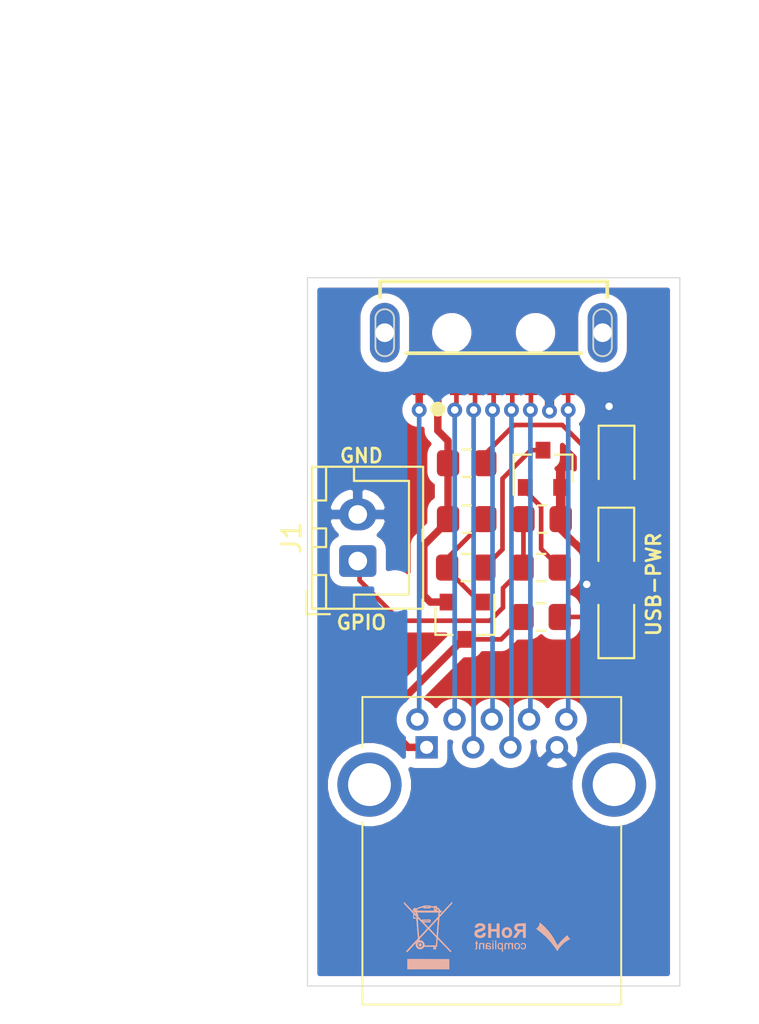
<source format=kicad_pcb>
(kicad_pcb (version 20171130) (host pcbnew 5.1.7-a382d34a8~88~ubuntu18.04.1)

  (general
    (thickness 1.6)
    (drawings 7)
    (tracks 94)
    (zones 0)
    (modules 16)
    (nets 18)
  )

  (page A4)
  (layers
    (0 F.Cu signal)
    (31 B.Cu signal)
    (32 B.Adhes user)
    (33 F.Adhes user)
    (34 B.Paste user)
    (35 F.Paste user)
    (36 B.SilkS user)
    (37 F.SilkS user)
    (38 B.Mask user)
    (39 F.Mask user)
    (40 Dwgs.User user)
    (41 Cmts.User user)
    (42 Eco1.User user)
    (43 Eco2.User user)
    (44 Edge.Cuts user)
    (45 Margin user)
    (46 B.CrtYd user)
    (47 F.CrtYd user)
    (48 B.Fab user)
    (49 F.Fab user)
  )

  (setup
    (last_trace_width 0.25)
    (user_trace_width 0.4)
    (user_trace_width 0.5)
    (trace_clearance 0.2)
    (zone_clearance 0.508)
    (zone_45_only no)
    (trace_min 0.2)
    (via_size 0.8)
    (via_drill 0.4)
    (via_min_size 0.4)
    (via_min_drill 0.3)
    (uvia_size 0.3)
    (uvia_drill 0.1)
    (uvias_allowed no)
    (uvia_min_size 0.2)
    (uvia_min_drill 0.1)
    (edge_width 0.05)
    (segment_width 0.2)
    (pcb_text_width 0.3)
    (pcb_text_size 1.5 1.5)
    (mod_edge_width 0.12)
    (mod_text_size 1 1)
    (mod_text_width 0.15)
    (pad_size 1.2 1.2)
    (pad_drill 0.7)
    (pad_to_mask_clearance 0)
    (aux_axis_origin 0 0)
    (visible_elements FFFFFF7F)
    (pcbplotparams
      (layerselection 0x010fc_ffffffff)
      (usegerberextensions false)
      (usegerberattributes true)
      (usegerberadvancedattributes true)
      (creategerberjobfile true)
      (excludeedgelayer true)
      (linewidth 0.100000)
      (plotframeref false)
      (viasonmask false)
      (mode 1)
      (useauxorigin false)
      (hpglpennumber 1)
      (hpglpenspeed 20)
      (hpglpendiameter 15.000000)
      (psnegative false)
      (psa4output false)
      (plotreference true)
      (plotvalue true)
      (plotinvisibletext false)
      (padsonsilk false)
      (subtractmaskfromsilk false)
      (outputformat 1)
      (mirror false)
      (drillshape 1)
      (scaleselection 1)
      (outputdirectory ""))
  )

  (net 0 "")
  (net 1 GND)
  (net 2 "Net-(J2-Pad1)")
  (net 3 "Net-(Q1-Pad1)")
  (net 4 "Net-(Q1-Pad3)")
  (net 5 "Net-(J1-Pad1)")
  (net 6 "Net-(J3-Pad1)")
  (net 7 "Net-(Q2-Pad1)")
  (net 8 "Net-(D1-Pad2)")
  (net 9 "Net-(D2-Pad2)")
  (net 10 "Net-(D3-Pad2)")
  (net 11 "Net-(J2-Pad9)")
  (net 12 "Net-(J2-Pad8)")
  (net 13 "Net-(J2-Pad7)")
  (net 14 "Net-(J2-Pad6)")
  (net 15 "Net-(J2-Pad5)")
  (net 16 "Net-(J2-Pad3)")
  (net 17 "Net-(J2-Pad2)")

  (net_class Default "This is the default net class."
    (clearance 0.2)
    (trace_width 0.25)
    (via_dia 0.8)
    (via_drill 0.4)
    (uvia_dia 0.3)
    (uvia_drill 0.1)
    (add_net GND)
    (add_net "Net-(D1-Pad2)")
    (add_net "Net-(D2-Pad2)")
    (add_net "Net-(D3-Pad2)")
    (add_net "Net-(J1-Pad1)")
    (add_net "Net-(J2-Pad1)")
    (add_net "Net-(J2-Pad2)")
    (add_net "Net-(J2-Pad3)")
    (add_net "Net-(J2-Pad5)")
    (add_net "Net-(J2-Pad6)")
    (add_net "Net-(J2-Pad7)")
    (add_net "Net-(J2-Pad8)")
    (add_net "Net-(J2-Pad9)")
    (add_net "Net-(J3-Pad1)")
    (add_net "Net-(Q1-Pad1)")
    (add_net "Net-(Q1-Pad3)")
    (add_net "Net-(Q2-Pad1)")
  )

  (module Connector_JST:JST_XH_B2B-XH-A_1x02_P2.50mm_Vertical (layer F.Cu) (tedit 5C28146C) (tstamp 6064D181)
    (at 147.7 87.2 90)
    (descr "JST XH series connector, B2B-XH-A (http://www.jst-mfg.com/product/pdf/eng/eXH.pdf), generated with kicad-footprint-generator")
    (tags "connector JST XH vertical")
    (path /60696990)
    (fp_text reference J1 (at 1.25 -3.55 90) (layer F.SilkS)
      (effects (font (size 1 1) (thickness 0.15)))
    )
    (fp_text value Jetson_GPIO_OUT (at 1.25 4.6 90) (layer F.Fab)
      (effects (font (size 1 1) (thickness 0.15)))
    )
    (fp_text user %R (at 1.25 2.7 90) (layer F.Fab)
      (effects (font (size 1 1) (thickness 0.15)))
    )
    (fp_line (start -2.45 -2.35) (end -2.45 3.4) (layer F.Fab) (width 0.1))
    (fp_line (start -2.45 3.4) (end 4.95 3.4) (layer F.Fab) (width 0.1))
    (fp_line (start 4.95 3.4) (end 4.95 -2.35) (layer F.Fab) (width 0.1))
    (fp_line (start 4.95 -2.35) (end -2.45 -2.35) (layer F.Fab) (width 0.1))
    (fp_line (start -2.56 -2.46) (end -2.56 3.51) (layer F.SilkS) (width 0.12))
    (fp_line (start -2.56 3.51) (end 5.06 3.51) (layer F.SilkS) (width 0.12))
    (fp_line (start 5.06 3.51) (end 5.06 -2.46) (layer F.SilkS) (width 0.12))
    (fp_line (start 5.06 -2.46) (end -2.56 -2.46) (layer F.SilkS) (width 0.12))
    (fp_line (start -2.95 -2.85) (end -2.95 3.9) (layer F.CrtYd) (width 0.05))
    (fp_line (start -2.95 3.9) (end 5.45 3.9) (layer F.CrtYd) (width 0.05))
    (fp_line (start 5.45 3.9) (end 5.45 -2.85) (layer F.CrtYd) (width 0.05))
    (fp_line (start 5.45 -2.85) (end -2.95 -2.85) (layer F.CrtYd) (width 0.05))
    (fp_line (start -0.625 -2.35) (end 0 -1.35) (layer F.Fab) (width 0.1))
    (fp_line (start 0 -1.35) (end 0.625 -2.35) (layer F.Fab) (width 0.1))
    (fp_line (start 0.75 -2.45) (end 0.75 -1.7) (layer F.SilkS) (width 0.12))
    (fp_line (start 0.75 -1.7) (end 1.75 -1.7) (layer F.SilkS) (width 0.12))
    (fp_line (start 1.75 -1.7) (end 1.75 -2.45) (layer F.SilkS) (width 0.12))
    (fp_line (start 1.75 -2.45) (end 0.75 -2.45) (layer F.SilkS) (width 0.12))
    (fp_line (start -2.55 -2.45) (end -2.55 -1.7) (layer F.SilkS) (width 0.12))
    (fp_line (start -2.55 -1.7) (end -0.75 -1.7) (layer F.SilkS) (width 0.12))
    (fp_line (start -0.75 -1.7) (end -0.75 -2.45) (layer F.SilkS) (width 0.12))
    (fp_line (start -0.75 -2.45) (end -2.55 -2.45) (layer F.SilkS) (width 0.12))
    (fp_line (start 3.25 -2.45) (end 3.25 -1.7) (layer F.SilkS) (width 0.12))
    (fp_line (start 3.25 -1.7) (end 5.05 -1.7) (layer F.SilkS) (width 0.12))
    (fp_line (start 5.05 -1.7) (end 5.05 -2.45) (layer F.SilkS) (width 0.12))
    (fp_line (start 5.05 -2.45) (end 3.25 -2.45) (layer F.SilkS) (width 0.12))
    (fp_line (start -2.55 -0.2) (end -1.8 -0.2) (layer F.SilkS) (width 0.12))
    (fp_line (start -1.8 -0.2) (end -1.8 2.75) (layer F.SilkS) (width 0.12))
    (fp_line (start -1.8 2.75) (end 1.25 2.75) (layer F.SilkS) (width 0.12))
    (fp_line (start 5.05 -0.2) (end 4.3 -0.2) (layer F.SilkS) (width 0.12))
    (fp_line (start 4.3 -0.2) (end 4.3 2.75) (layer F.SilkS) (width 0.12))
    (fp_line (start 4.3 2.75) (end 1.25 2.75) (layer F.SilkS) (width 0.12))
    (fp_line (start -1.6 -2.75) (end -2.85 -2.75) (layer F.SilkS) (width 0.12))
    (fp_line (start -2.85 -2.75) (end -2.85 -1.5) (layer F.SilkS) (width 0.12))
    (pad 2 thru_hole oval (at 2.5 0 90) (size 1.7 2) (drill 1) (layers *.Cu *.Mask)
      (net 1 GND))
    (pad 1 thru_hole roundrect (at 0 0 90) (size 1.7 2) (drill 1) (layers *.Cu *.Mask) (roundrect_rratio 0.147059)
      (net 5 "Net-(J1-Pad1)"))
    (model ${KISYS3DMOD}/Connector_JST.3dshapes/JST_XH_B2B-XH-A_1x02_P2.50mm_Vertical.wrl
      (at (xyz 0 0 0))
      (scale (xyz 1 1 1))
      (rotate (xyz 0 0 0))
    )
  )

  (module GPIO-USB-Switch:RoHS (layer B.Cu) (tedit 0) (tstamp 6065B954)
    (at 156.45 107.35 180)
    (fp_text reference G*** (at 0 0) (layer B.SilkS) hide
      (effects (font (size 1.524 1.524) (thickness 0.3)) (justify mirror))
    )
    (fp_text value LOGO (at 0.75 0) (layer B.SilkS) hide
      (effects (font (size 1.524 1.524) (thickness 0.3)) (justify mirror))
    )
    (fp_poly (pts (xy 1.162933 -0.352905) (xy 1.200959 -0.38221) (xy 1.222586 -0.413159) (xy 1.234965 -0.453882)
      (xy 1.238579 -0.505012) (xy 1.23374 -0.557831) (xy 1.220762 -0.603627) (xy 1.21535 -0.614655)
      (xy 1.183189 -0.654343) (xy 1.142425 -0.678719) (xy 1.097698 -0.686195) (xy 1.053652 -0.675181)
      (xy 1.04775 -0.672042) (xy 1.025633 -0.660881) (xy 1.012486 -0.656542) (xy 1.008611 -0.666013)
      (xy 1.006672 -0.691296) (xy 1.007051 -0.727095) (xy 1.007194 -0.730274) (xy 1.010708 -0.804381)
      (xy 0.981398 -0.804357) (xy 0.952087 -0.804333) (xy 0.954939 -0.574146) (xy 0.955703 -0.515412)
      (xy 1.005792 -0.515412) (xy 1.012859 -0.570349) (xy 1.033528 -0.609863) (xy 1.059498 -0.630814)
      (xy 1.082672 -0.642266) (xy 1.099861 -0.643573) (xy 1.122652 -0.6351) (xy 1.127421 -0.632939)
      (xy 1.159453 -0.606996) (xy 1.178781 -0.564226) (xy 1.185332 -0.504788) (xy 1.185333 -0.504046)
      (xy 1.183023 -0.464749) (xy 1.174208 -0.436965) (xy 1.157934 -0.413562) (xy 1.125912 -0.387375)
      (xy 1.092775 -0.380071) (xy 1.061376 -0.38974) (xy 1.034565 -0.414475) (xy 1.015195 -0.452365)
      (xy 1.006118 -0.501503) (xy 1.005792 -0.515412) (xy 0.955703 -0.515412) (xy 0.95592 -0.498797)
      (xy 0.956948 -0.441955) (xy 0.958325 -0.400961) (xy 0.960355 -0.373155) (xy 0.963342 -0.35588)
      (xy 0.967589 -0.346477) (xy 0.9734 -0.342287) (xy 0.981078 -0.340651) (xy 0.981604 -0.340576)
      (xy 1.000176 -0.342532) (xy 1.005411 -0.358888) (xy 1.005417 -0.359865) (xy 1.005417 -0.382536)
      (xy 1.033302 -0.360601) (xy 1.074134 -0.340721) (xy 1.119001 -0.338616) (xy 1.162933 -0.352905)) (layer B.SilkS) (width 0.01))
    (fp_poly (pts (xy -1.019061 0.728766) (xy -1.016057 0.699875) (xy -1.016 0.69274) (xy -1.007271 0.641184)
      (xy -0.982791 0.583902) (xy -0.945115 0.525787) (xy -0.904308 0.479069) (xy -0.838389 0.413095)
      (xy -0.940424 0.339672) (xy -1.141193 0.183271) (xy -1.335459 0.008072) (xy -1.521477 -0.184101)
      (xy -1.697504 -0.39142) (xy -1.861797 -0.61206) (xy -1.893897 -0.658812) (xy -1.922688 -0.701174)
      (xy -1.94681 -0.736355) (xy -1.964015 -0.761099) (xy -1.972054 -0.772148) (xy -1.972356 -0.772431)
      (xy -1.977782 -0.76394) (xy -1.990241 -0.742227) (xy -2.001584 -0.721858) (xy -2.04728 -0.649224)
      (xy -2.106714 -0.570301) (xy -2.175634 -0.489958) (xy -2.249789 -0.413061) (xy -2.324927 -0.344478)
      (xy -2.347466 -0.325898) (xy -2.391591 -0.292438) (xy -2.443373 -0.256148) (xy -2.497761 -0.220277)
      (xy -2.549706 -0.188073) (xy -2.594158 -0.162785) (xy -2.622021 -0.149262) (xy -2.644804 -0.138884)
      (xy -2.656137 -0.131877) (xy -2.656417 -0.131286) (xy -2.649583 -0.122422) (xy -2.631826 -0.103158)
      (xy -2.611438 -0.082183) (xy -2.581203 -0.047087) (xy -2.553579 -0.007483) (xy -2.542023 0.013106)
      (xy -2.526641 0.042357) (xy -2.513884 0.062857) (xy -2.509006 0.068325) (xy -2.498115 0.063632)
      (xy -2.474816 0.046436) (xy -2.441752 0.019117) (xy -2.401563 -0.015941) (xy -2.35689 -0.056357)
      (xy -2.310374 -0.099749) (xy -2.264656 -0.143736) (xy -2.222378 -0.185934) (xy -2.192497 -0.217136)
      (xy -2.150665 -0.263522) (xy -2.105494 -0.31602) (xy -2.064532 -0.365784) (xy -2.050946 -0.383035)
      (xy -2.023124 -0.418083) (xy -1.999808 -0.445756) (xy -1.984125 -0.462434) (xy -1.979562 -0.465667)
      (xy -1.97262 -0.456675) (xy -1.95806 -0.43176) (xy -1.93757 -0.39401) (xy -1.912833 -0.346513)
      (xy -1.891468 -0.304271) (xy -1.776669 -0.095583) (xy -1.645376 0.104971) (xy -1.499675 0.294789)
      (xy -1.34165 0.471267) (xy -1.173385 0.6318) (xy -1.077923 0.711802) (xy -1.047304 0.733901)
      (xy -1.02858 0.739832) (xy -1.019061 0.728766)) (layer B.SilkS) (width 0.01))
    (fp_poly (pts (xy -0.085313 -0.346614) (xy -0.042463 -0.369364) (xy -0.016054 -0.40182) (xy -0.003558 -0.427852)
      (xy -0.002155 -0.440356) (xy -0.012556 -0.444248) (xy -0.022212 -0.4445) (xy -0.04333 -0.437105)
      (xy -0.068086 -0.418743) (xy -0.074083 -0.41275) (xy -0.108127 -0.387423) (xy -0.142324 -0.380886)
      (xy -0.174137 -0.390933) (xy -0.201031 -0.41536) (xy -0.220469 -0.451961) (xy -0.229916 -0.498531)
      (xy -0.227879 -0.546483) (xy -0.215774 -0.582349) (xy -0.193564 -0.614727) (xy -0.166372 -0.637738)
      (xy -0.141538 -0.645583) (xy -0.111777 -0.638194) (xy -0.082178 -0.619979) (xy -0.061307 -0.596873)
      (xy -0.057215 -0.587182) (xy -0.045064 -0.566056) (xy -0.025311 -0.560917) (xy -0.005034 -0.567371)
      (xy -0.000576 -0.585081) (xy -0.011656 -0.611563) (xy -0.034396 -0.640543) (xy -0.077024 -0.67223)
      (xy -0.1262 -0.685555) (xy -0.177107 -0.67966) (xy -0.200331 -0.66997) (xy -0.243183 -0.638717)
      (xy -0.270011 -0.596947) (xy -0.282913 -0.541244) (xy -0.28353 -0.534623) (xy -0.281605 -0.468264)
      (xy -0.264785 -0.413756) (xy -0.234346 -0.372837) (xy -0.191566 -0.347244) (xy -0.139704 -0.338706)
      (xy -0.085313 -0.346614)) (layer B.SilkS) (width 0.01))
    (fp_poly (pts (xy 0.236396 -0.345356) (xy 0.283511 -0.365421) (xy 0.316894 -0.401516) (xy 0.336359 -0.453448)
      (xy 0.341818 -0.514684) (xy 0.335086 -0.576266) (xy 0.315052 -0.622908) (xy 0.280422 -0.657096)
      (xy 0.262359 -0.667757) (xy 0.206212 -0.685468) (xy 0.148825 -0.682182) (xy 0.119271 -0.672226)
      (xy 0.080869 -0.6448) (xy 0.053407 -0.603688) (xy 0.037555 -0.553712) (xy 0.034916 -0.513786)
      (xy 0.092932 -0.513786) (xy 0.093782 -0.529167) (xy 0.099711 -0.571989) (xy 0.112449 -0.600523)
      (xy 0.135209 -0.621336) (xy 0.140513 -0.624705) (xy 0.166494 -0.639578) (xy 0.184784 -0.644193)
      (xy 0.205548 -0.639299) (xy 0.226058 -0.63101) (xy 0.259149 -0.607639) (xy 0.278509 -0.57022)
      (xy 0.284649 -0.517499) (xy 0.283391 -0.490278) (xy 0.278143 -0.451622) (xy 0.268283 -0.426292)
      (xy 0.250714 -0.406505) (xy 0.249744 -0.405665) (xy 0.211594 -0.384269) (xy 0.172612 -0.383733)
      (xy 0.134881 -0.40395) (xy 0.126186 -0.411936) (xy 0.105108 -0.438991) (xy 0.094652 -0.470669)
      (xy 0.092932 -0.513786) (xy 0.034916 -0.513786) (xy 0.033984 -0.499695) (xy 0.043366 -0.446459)
      (xy 0.066372 -0.398828) (xy 0.079014 -0.382997) (xy 0.101443 -0.361128) (xy 0.123045 -0.349156)
      (xy 0.152385 -0.343408) (xy 0.175737 -0.341515) (xy 0.236396 -0.345356)) (layer B.SilkS) (width 0.01))
    (fp_poly (pts (xy 1.805332 -0.345825) (xy 1.834387 -0.360292) (xy 1.848406 -0.373564) (xy 1.858614 -0.390306)
      (xy 1.865727 -0.414046) (xy 1.870464 -0.448316) (xy 1.873541 -0.496644) (xy 1.875677 -0.562561)
      (xy 1.875702 -0.563574) (xy 1.876804 -0.613711) (xy 1.876631 -0.646413) (xy 1.874463 -0.665404)
      (xy 1.869582 -0.67441) (xy 1.861269 -0.677155) (xy 1.853738 -0.677345) (xy 1.830807 -0.6693)
      (xy 1.82353 -0.656666) (xy 1.818888 -0.643559) (xy 1.810858 -0.642736) (xy 1.793238 -0.654406)
      (xy 1.788581 -0.657842) (xy 1.748061 -0.677248) (xy 1.70039 -0.684807) (xy 1.654764 -0.679671)
      (xy 1.635366 -0.671956) (xy 1.606004 -0.652628) (xy 1.591828 -0.630744) (xy 1.587722 -0.597768)
      (xy 1.587662 -0.592376) (xy 1.588478 -0.586181) (xy 1.642458 -0.586181) (xy 1.649202 -0.612924)
      (xy 1.66116 -0.626202) (xy 1.697589 -0.64361) (xy 1.736604 -0.641079) (xy 1.774601 -0.61891)
      (xy 1.777294 -0.616479) (xy 1.794566 -0.59443) (xy 1.807548 -0.567321) (xy 1.814361 -0.54142)
      (xy 1.813129 -0.522994) (xy 1.806811 -0.517942) (xy 1.786672 -0.51879) (xy 1.754604 -0.523604)
      (xy 1.7191 -0.530791) (xy 1.688653 -0.538756) (xy 1.679969 -0.541735) (xy 1.653154 -0.560476)
      (xy 1.642458 -0.586181) (xy 1.588478 -0.586181) (xy 1.592684 -0.55426) (xy 1.609696 -0.525644)
      (xy 1.641053 -0.50483) (xy 1.689108 -0.490122) (xy 1.741464 -0.481575) (xy 1.775013 -0.476123)
      (xy 1.800647 -0.469764) (xy 1.808224 -0.46661) (xy 1.816346 -0.450889) (xy 1.813494 -0.427142)
      (xy 1.801937 -0.40385) (xy 1.788062 -0.391304) (xy 1.756445 -0.382062) (xy 1.720832 -0.382733)
      (xy 1.687328 -0.391626) (xy 1.66204 -0.407053) (xy 1.651076 -0.427323) (xy 1.651 -0.429225)
      (xy 1.64178 -0.441348) (xy 1.624542 -0.4445) (xy 1.603221 -0.438015) (xy 1.598636 -0.418852)
      (xy 1.609518 -0.389991) (xy 1.63272 -0.366706) (xy 1.67012 -0.349826) (xy 1.7155 -0.340171)
      (xy 1.762644 -0.338564) (xy 1.805332 -0.345825)) (layer B.SilkS) (width 0.01))
    (fp_poly (pts (xy 2.38742 -0.237403) (xy 2.3912 -0.253717) (xy 2.391833 -0.28575) (xy 2.392691 -0.317155)
      (xy 2.397069 -0.332823) (xy 2.407673 -0.338165) (xy 2.418292 -0.338667) (xy 2.439039 -0.343627)
      (xy 2.44475 -0.359833) (xy 2.438637 -0.376356) (xy 2.417956 -0.381) (xy 2.391161 -0.381)
      (xy 2.394143 -0.505354) (xy 2.395626 -0.558336) (xy 2.397549 -0.593805) (xy 2.400653 -0.61541)
      (xy 2.405679 -0.626804) (xy 2.413369 -0.631636) (xy 2.420042 -0.632973) (xy 2.440737 -0.642485)
      (xy 2.450848 -0.65906) (xy 2.446795 -0.675351) (xy 2.442462 -0.678971) (xy 2.427455 -0.685519)
      (xy 2.408316 -0.684979) (xy 2.386542 -0.680258) (xy 2.367552 -0.674203) (xy 2.354401 -0.664619)
      (xy 2.346024 -0.647968) (xy 2.34136 -0.620707) (xy 2.339345 -0.579296) (xy 2.338917 -0.521588)
      (xy 2.338692 -0.466564) (xy 2.337649 -0.429113) (xy 2.335234 -0.405644) (xy 2.330897 -0.392565)
      (xy 2.324082 -0.386286) (xy 2.31775 -0.384066) (xy 2.300456 -0.371126) (xy 2.296583 -0.358599)
      (xy 2.304643 -0.341817) (xy 2.31775 -0.338667) (xy 2.331646 -0.335081) (xy 2.337753 -0.320619)
      (xy 2.338917 -0.296706) (xy 2.342653 -0.264273) (xy 2.355306 -0.246298) (xy 2.359387 -0.243789)
      (xy 2.377735 -0.235283) (xy 2.38742 -0.237403)) (layer B.SilkS) (width 0.01))
    (fp_poly (pts (xy 0.436562 -0.340576) (xy 0.455212 -0.349699) (xy 0.457265 -0.362479) (xy 0.457504 -0.377778)
      (xy 0.467397 -0.378303) (xy 0.489307 -0.363886) (xy 0.494529 -0.359833) (xy 0.531314 -0.342125)
      (xy 0.57348 -0.338291) (xy 0.613048 -0.348087) (xy 0.636151 -0.364163) (xy 0.66069 -0.389659)
      (xy 0.69099 -0.364163) (xy 0.729892 -0.342983) (xy 0.772811 -0.337735) (xy 0.813072 -0.348335)
      (xy 0.836884 -0.365964) (xy 0.847323 -0.37836) (xy 0.854624 -0.392187) (xy 0.859484 -0.411474)
      (xy 0.862603 -0.440253) (xy 0.864678 -0.482553) (xy 0.866226 -0.535297) (xy 0.86991 -0.677333)
      (xy 0.804333 -0.677333) (xy 0.804333 -0.546682) (xy 0.803954 -0.490614) (xy 0.802475 -0.451798)
      (xy 0.799387 -0.426327) (xy 0.794179 -0.410293) (xy 0.786342 -0.39979) (xy 0.784979 -0.398515)
      (xy 0.754077 -0.382673) (xy 0.720921 -0.387077) (xy 0.692727 -0.406977) (xy 0.681528 -0.419429)
      (xy 0.674112 -0.433037) (xy 0.669704 -0.452224) (xy 0.667527 -0.481411) (xy 0.666806 -0.525021)
      (xy 0.66675 -0.555144) (xy 0.666624 -0.607446) (xy 0.665745 -0.642177) (xy 0.663358 -0.662935)
      (xy 0.658711 -0.673317) (xy 0.651051 -0.676917) (xy 0.641155 -0.677333) (xy 0.630566 -0.676732)
      (xy 0.623291 -0.672633) (xy 0.618576 -0.661592) (xy 0.615669 -0.640166) (xy 0.613817 -0.604912)
      (xy 0.612267 -0.552387) (xy 0.61205 -0.544166) (xy 0.610225 -0.487896) (xy 0.607828 -0.448988)
      (xy 0.604242 -0.423637) (xy 0.598848 -0.40804) (xy 0.591029 -0.398391) (xy 0.587998 -0.396)
      (xy 0.558035 -0.382409) (xy 0.528076 -0.387724) (xy 0.500652 -0.406519) (xy 0.4879 -0.418363)
      (xy 0.479303 -0.430758) (xy 0.473882 -0.448071) (xy 0.470656 -0.474672) (xy 0.468644 -0.514929)
      (xy 0.467402 -0.554685) (xy 0.465738 -0.607097) (xy 0.4638 -0.641937) (xy 0.460735 -0.662794)
      (xy 0.455692 -0.673253) (xy 0.44782 -0.676904) (xy 0.438297 -0.677333) (xy 0.41275 -0.677333)
      (xy 0.41275 -0.337194) (xy 0.436562 -0.340576)) (layer B.SilkS) (width 0.01))
    (fp_poly (pts (xy 1.36525 -0.677333) (xy 1.312333 -0.677333) (xy 1.312333 -0.211667) (xy 1.36525 -0.211667)
      (xy 1.36525 -0.677333)) (layer B.SilkS) (width 0.01))
    (fp_poly (pts (xy 1.513417 -0.677333) (xy 1.4605 -0.677333) (xy 1.4605 -0.338667) (xy 1.513417 -0.338667)
      (xy 1.513417 -0.677333)) (layer B.SilkS) (width 0.01))
    (fp_poly (pts (xy 2.001158 -0.347675) (xy 2.007723 -0.359665) (xy 2.012419 -0.373404) (xy 2.020198 -0.374031)
      (xy 2.037517 -0.361546) (xy 2.039909 -0.359665) (xy 2.07267 -0.344603) (xy 2.114862 -0.33875)
      (xy 2.15696 -0.342417) (xy 2.187984 -0.354854) (xy 2.206522 -0.374801) (xy 2.219723 -0.406381)
      (xy 2.228138 -0.45215) (xy 2.232317 -0.514661) (xy 2.233024 -0.563562) (xy 2.233083 -0.677333)
      (xy 2.169583 -0.677333) (xy 2.169583 -0.545642) (xy 2.169355 -0.490523) (xy 2.168256 -0.452648)
      (xy 2.165662 -0.428095) (xy 2.160953 -0.412944) (xy 2.153504 -0.403272) (xy 2.146062 -0.397475)
      (xy 2.109783 -0.38241) (xy 2.073431 -0.38836) (xy 2.045927 -0.406449) (xy 2.033216 -0.418295)
      (xy 2.024632 -0.43076) (xy 2.019188 -0.448212) (xy 2.015897 -0.475019) (xy 2.013772 -0.515548)
      (xy 2.012444 -0.554616) (xy 2.01063 -0.607046) (xy 2.008582 -0.641904) (xy 2.005447 -0.662776)
      (xy 2.000369 -0.673248) (xy 1.992497 -0.676904) (xy 1.983233 -0.677333) (xy 1.957917 -0.677333)
      (xy 1.957917 -0.508) (xy 1.958022 -0.444724) (xy 1.958606 -0.399562) (xy 1.960066 -0.369464)
      (xy 1.962802 -0.351379) (xy 1.967214 -0.342253) (xy 1.973701 -0.339037) (xy 1.980074 -0.338667)
      (xy 2.001158 -0.347675)) (layer B.SilkS) (width 0.01))
    (fp_poly (pts (xy 1.505867 -0.215084) (xy 1.512785 -0.22961) (xy 1.513417 -0.243417) (xy 1.510569 -0.266107)
      (xy 1.498464 -0.274408) (xy 1.486958 -0.275167) (xy 1.468049 -0.271749) (xy 1.461132 -0.257223)
      (xy 1.4605 -0.243417) (xy 1.463347 -0.220726) (xy 1.475452 -0.212425) (xy 1.486958 -0.211667)
      (xy 1.505867 -0.215084)) (layer B.SilkS) (width 0.01))
    (fp_poly (pts (xy 0.805775 0.498129) (xy 0.875243 0.470305) (xy 0.937678 0.42277) (xy 0.944109 0.416293)
      (xy 0.983628 0.362793) (xy 1.007154 0.299379) (xy 1.015701 0.223176) (xy 1.015767 0.212982)
      (xy 1.005993 0.134677) (xy 0.978158 0.065016) (xy 0.933685 0.006412) (xy 0.873993 -0.03872)
      (xy 0.864748 -0.0437) (xy 0.817506 -0.060067) (xy 0.759726 -0.068683) (xy 0.700827 -0.068858)
      (xy 0.650224 -0.059901) (xy 0.649014 -0.059511) (xy 0.577259 -0.026469) (xy 0.521746 0.019969)
      (xy 0.482876 0.079163) (xy 0.46105 0.150471) (xy 0.457531 0.216958) (xy 0.60325 0.216958)
      (xy 0.60925 0.158059) (xy 0.628605 0.111871) (xy 0.657807 0.078076) (xy 0.69763 0.050843)
      (xy 0.737485 0.043536) (xy 0.781854 0.055584) (xy 0.792852 0.060871) (xy 0.832279 0.092468)
      (xy 0.857164 0.139447) (xy 0.867508 0.201807) (xy 0.867833 0.216958) (xy 0.860762 0.28159)
      (xy 0.839259 0.331246) (xy 0.802891 0.36683) (xy 0.792932 0.372816) (xy 0.747049 0.387932)
      (xy 0.703354 0.384058) (xy 0.66449 0.363364) (xy 0.633098 0.328021) (xy 0.611821 0.2802)
      (xy 0.603301 0.222073) (xy 0.60325 0.216958) (xy 0.457531 0.216958) (xy 0.456668 0.233252)
      (xy 0.457566 0.246954) (xy 0.473179 0.323263) (xy 0.505957 0.388894) (xy 0.554313 0.441838)
      (xy 0.616658 0.480089) (xy 0.652167 0.492956) (xy 0.730881 0.50582) (xy 0.805775 0.498129)) (layer B.SilkS) (width 0.01))
    (fp_poly (pts (xy 2.22955 0.71307) (xy 2.264542 0.710119) (xy 2.291903 0.703718) (xy 2.318394 0.692511)
      (xy 2.337776 0.682322) (xy 2.393705 0.641874) (xy 2.432153 0.59188) (xy 2.451713 0.534212)
      (xy 2.452341 0.529924) (xy 2.45812 0.486833) (xy 2.399384 0.486834) (xy 2.364149 0.485928)
      (xy 2.336611 0.483603) (xy 2.326553 0.481564) (xy 2.313088 0.48713) (xy 2.297972 0.511272)
      (xy 2.294613 0.518863) (xy 2.267483 0.558415) (xy 2.226256 0.582742) (xy 2.172104 0.591279)
      (xy 2.146674 0.590108) (xy 2.094724 0.579432) (xy 2.060075 0.559457) (xy 2.043766 0.530892)
      (xy 2.042583 0.519095) (xy 2.043403 0.500956) (xy 2.047534 0.486219) (xy 2.057479 0.47352)
      (xy 2.075746 0.461491) (xy 2.104839 0.448769) (xy 2.147262 0.433986) (xy 2.205523 0.415777)
      (xy 2.264833 0.397941) (xy 2.342265 0.37015) (xy 2.400492 0.337576) (xy 2.441336 0.297854)
      (xy 2.466621 0.248618) (xy 2.478169 0.187503) (xy 2.478352 0.120877) (xy 2.466578 0.076885)
      (xy 2.438827 0.032021) (xy 2.399339 -0.008307) (xy 2.353878 -0.037952) (xy 2.299847 -0.056726)
      (xy 2.233746 -0.068302) (xy 2.16362 -0.072072) (xy 2.097515 -0.06743) (xy 2.061851 -0.059996)
      (xy 1.997978 -0.032006) (xy 1.943095 0.011387) (xy 1.911669 0.051114) (xy 1.896295 0.080606)
      (xy 1.882848 0.114724) (xy 1.873137 0.147433) (xy 1.868973 0.172698) (xy 1.871714 0.184252)
      (xy 1.885102 0.186966) (xy 1.913266 0.189879) (xy 1.946254 0.192128) (xy 1.982978 0.193685)
      (xy 2.004136 0.192004) (xy 2.015296 0.185082) (xy 2.022021 0.170916) (xy 2.024304 0.164042)
      (xy 2.038967 0.134092) (xy 2.060496 0.104579) (xy 2.061985 0.102951) (xy 2.099995 0.074152)
      (xy 2.144853 0.058396) (xy 2.192402 0.05477) (xy 2.23849 0.062357) (xy 2.27896 0.080245)
      (xy 2.30966 0.107518) (xy 2.326434 0.143262) (xy 2.328333 0.161587) (xy 2.327441 0.181724)
      (xy 2.323066 0.197927) (xy 2.312664 0.211637) (xy 2.293689 0.224299) (xy 2.263595 0.237355)
      (xy 2.219837 0.252247) (xy 2.159869 0.270419) (xy 2.111375 0.284562) (xy 2.03232 0.313613)
      (xy 1.971286 0.349457) (xy 1.929272 0.391429) (xy 1.915239 0.415529) (xy 1.89684 0.478739)
      (xy 1.898474 0.539836) (xy 1.919011 0.596302) (xy 1.957321 0.645616) (xy 2.012273 0.685259)
      (xy 2.042583 0.699455) (xy 2.076794 0.707773) (xy 2.127594 0.712718) (xy 2.180167 0.713927)
      (xy 2.22955 0.71307)) (layer B.SilkS) (width 0.01))
    (fp_poly (pts (xy -0.050271 0.706038) (xy 0.019178 0.703692) (xy 0.0837 0.7006) (xy 0.139478 0.697017)
      (xy 0.182694 0.693199) (xy 0.20953 0.689398) (xy 0.21327 0.688469) (xy 0.260205 0.664058)
      (xy 0.298997 0.624) (xy 0.327329 0.572995) (xy 0.342886 0.515746) (xy 0.343349 0.456953)
      (xy 0.338737 0.433859) (xy 0.319369 0.390843) (xy 0.287424 0.349362) (xy 0.248521 0.315069)
      (xy 0.208278 0.293618) (xy 0.196183 0.290417) (xy 0.17164 0.284397) (xy 0.15915 0.278563)
      (xy 0.15875 0.27765) (xy 0.166107 0.268108) (xy 0.184961 0.249887) (xy 0.200569 0.23611)
      (xy 0.216709 0.218735) (xy 0.24039 0.188813) (xy 0.26905 0.150078) (xy 0.300127 0.106264)
      (xy 0.33106 0.061104) (xy 0.359285 0.018332) (xy 0.382241 -0.018318) (xy 0.397366 -0.045112)
      (xy 0.402167 -0.057694) (xy 0.392405 -0.060351) (xy 0.366406 -0.062368) (xy 0.329095 -0.06342)
      (xy 0.314643 -0.0635) (xy 0.22712 -0.0635) (xy 0.139717 0.068105) (xy 0.106307 0.117015)
      (xy 0.074191 0.161538) (xy 0.046375 0.197677) (xy 0.025866 0.221433) (xy 0.020815 0.226214)
      (xy -0.006844 0.242779) (xy -0.042466 0.255664) (xy -0.0784 0.26299) (xy -0.106997 0.262876)
      (xy -0.115665 0.259756) (xy -0.120534 0.246023) (xy -0.124108 0.212499) (xy -0.126293 0.160526)
      (xy -0.127 0.094626) (xy -0.127 -0.0635) (xy -0.275167 -0.0635) (xy -0.275167 0.474762)
      (xy -0.127 0.474762) (xy -0.127 0.379274) (xy 0.006233 0.382783) (xy 0.061489 0.384404)
      (xy 0.099706 0.386411) (xy 0.125003 0.389666) (xy 0.141503 0.39503) (xy 0.153327 0.403366)
      (xy 0.164595 0.415535) (xy 0.164983 0.415986) (xy 0.185739 0.454159) (xy 0.189216 0.495957)
      (xy 0.175128 0.534593) (xy 0.170274 0.541224) (xy 0.160184 0.551814) (xy 0.147369 0.559252)
      (xy 0.127777 0.564389) (xy 0.097356 0.568076) (xy 0.052053 0.571164) (xy 0.019462 0.572909)
      (xy -0.031189 0.575118) (xy -0.074027 0.576251) (xy -0.104697 0.576246) (xy -0.118843 0.575038)
      (xy -0.119063 0.574931) (xy -0.122572 0.562963) (xy -0.125287 0.534861) (xy -0.12681 0.495654)
      (xy -0.127 0.474762) (xy -0.275167 0.474762) (xy -0.275167 0.712052) (xy -0.050271 0.706038)) (layer B.SilkS) (width 0.01))
    (fp_poly (pts (xy 1.289423 0.407458) (xy 1.438169 0.404524) (xy 1.586915 0.401589) (xy 1.589853 0.552691)
      (xy 1.592792 0.703792) (xy 1.740958 0.703792) (xy 1.740958 -0.058208) (xy 1.664229 -0.061318)
      (xy 1.5875 -0.064427) (xy 1.5875 0.275167) (xy 1.291704 0.275167) (xy 1.288789 0.108479)
      (xy 1.285875 -0.058208) (xy 1.132151 -0.064432) (xy 1.13493 0.31968) (xy 1.137708 0.703792)
      (xy 1.285875 0.703792) (xy 1.289423 0.407458)) (layer B.SilkS) (width 0.01))
  )

  (module GPIO-USB-Switch:Tonne (layer B.Cu) (tedit 0) (tstamp 60659B6F)
    (at 151.4 107.25 180)
    (fp_text reference G*** (at 0 0) (layer B.SilkS) hide
      (effects (font (size 1.524 1.524) (thickness 0.3)) (justify mirror))
    )
    (fp_text value LOGO (at 0.75 0) (layer B.SilkS) hide
      (effects (font (size 1.524 1.524) (thickness 0.3)) (justify mirror))
    )
    (fp_poly (pts (xy 1.037167 -1.852084) (xy -1.217441 -1.852084) (xy -1.211791 -1.307042) (xy 1.037167 -1.301654)
      (xy 1.037167 -1.852084)) (layer B.SilkS) (width 0.01))
    (fp_poly (pts (xy -1.358426 1.7574) (xy -1.336761 1.735178) (xy -1.303677 1.700553) (xy -1.260652 1.655091)
      (xy -1.209165 1.600357) (xy -1.150693 1.537919) (xy -1.086714 1.469342) (xy -1.031891 1.410392)
      (xy -0.964758 1.338305) (xy -0.902079 1.271383) (xy -0.845305 1.211149) (xy -0.795888 1.159123)
      (xy -0.755278 1.116828) (xy -0.724927 1.085784) (xy -0.706286 1.067515) (xy -0.70075 1.063139)
      (xy -0.699515 1.075184) (xy -0.700815 1.10199) (xy -0.703716 1.131767) (xy -0.711161 1.195916)
      (xy -0.634433 1.195916) (xy -0.627866 1.092729) (xy -0.6244 1.046435) (xy -0.620489 1.006908)
      (xy -0.616734 0.979758) (xy -0.61492 0.972041) (xy -0.606436 0.960466) (xy -0.585143 0.935327)
      (xy -0.552715 0.898493) (xy -0.510832 0.851832) (xy -0.461168 0.797215) (xy -0.4054 0.736509)
      (xy -0.349896 0.676623) (xy -0.091251 0.398705) (xy 0.032629 0.530081) (xy 0.15651 0.661458)
      (xy -0.211666 0.667238) (xy -0.211666 0.743338) (xy -0.157062 0.743338) (xy -0.154838 0.73257)
      (xy -0.153872 0.73092) (xy -0.141351 0.726086) (xy -0.11031 0.722976) (xy -0.05995 0.721553)
      (xy 0.01053 0.721776) (xy 0.029885 0.72206) (xy 0.095984 0.723408) (xy 0.143697 0.725145)
      (xy 0.175806 0.727568) (xy 0.195092 0.730972) (xy 0.204336 0.735653) (xy 0.206375 0.740833)
      (xy 0.203438 0.746868) (xy 0.192759 0.751356) (xy 0.171539 0.754598) (xy 0.136979 0.756898)
      (xy 0.086279 0.758559) (xy 0.03255 0.759625) (xy -0.039176 0.76029) (xy -0.091889 0.759319)
      (xy -0.1277 0.756387) (xy -0.14872 0.751168) (xy -0.157062 0.743338) (xy -0.211666 0.743338)
      (xy -0.211666 0.814916) (xy 0.026459 0.814916) (xy 0.104019 0.814773) (xy 0.162906 0.814226)
      (xy 0.205615 0.813099) (xy 0.234638 0.811218) (xy 0.252468 0.808407) (xy 0.261599 0.80449)
      (xy 0.264524 0.799291) (xy 0.264584 0.79816) (xy 0.26564 0.788663) (xy 0.270259 0.786093)
      (xy 0.280612 0.792158) (xy 0.298871 0.808567) (xy 0.327211 0.837026) (xy 0.367802 0.879246)
      (xy 0.368086 0.879543) (xy 0.407444 0.92075) (xy 0.503276 0.92075) (xy 0.677334 0.92075)
      (xy 0.677334 0.994833) (xy 0.676001 1.037368) (xy 0.671713 1.061268) (xy 0.664036 1.068913)
      (xy 0.66382 1.068916) (xy 0.650997 1.061801) (xy 0.62746 1.042654) (xy 0.597086 1.014779)
      (xy 0.576792 0.994833) (xy 0.503276 0.92075) (xy 0.407444 0.92075) (xy 0.455084 0.970628)
      (xy 0.455084 1.041271) (xy 0.455251 1.04775) (xy 0.508 1.04775) (xy 0.509537 1.030521)
      (xy 0.511652 1.026583) (xy 0.520588 1.033484) (xy 0.534459 1.04775) (xy 0.547103 1.063075)
      (xy 0.544335 1.068339) (xy 0.530807 1.068916) (xy 0.512058 1.062269) (xy 0.508 1.04775)
      (xy 0.455251 1.04775) (xy 0.456106 1.080764) (xy 0.459939 1.103958) (xy 0.467731 1.115658)
      (xy 0.473604 1.118748) (xy 0.498244 1.135659) (xy 0.507566 1.164797) (xy 0.507838 1.172104)
      (xy 0.508 1.195916) (xy -0.634433 1.195916) (xy -0.711161 1.195916) (xy -0.804333 1.195916)
      (xy -0.804333 1.291166) (xy -0.762 1.291166) (xy -0.734871 1.292381) (xy -0.722812 1.2992)
      (xy -0.72184 1.304643) (xy -0.650761 1.304643) (xy -0.640467 1.29479) (xy -0.612498 1.292547)
      (xy -0.598342 1.293314) (xy -0.571486 1.296424) (xy -0.558646 1.304695) (xy -0.55377 1.324459)
      (xy -0.55237 1.341437) (xy -0.551909 1.368857) (xy -0.554588 1.384787) (xy -0.556413 1.386416)
      (xy -0.573693 1.380068) (xy -0.598821 1.364606) (xy -0.624216 1.345406) (xy -0.642297 1.327843)
      (xy -0.645345 1.323362) (xy -0.650761 1.304643) (xy -0.72184 1.304643) (xy -0.719743 1.316382)
      (xy -0.719666 1.324313) (xy -0.709492 1.358809) (xy -0.680078 1.394877) (xy -0.650742 1.417285)
      (xy -0.497416 1.417285) (xy -0.496516 1.372725) (xy -0.493523 1.346597) (xy -0.488004 1.33623)
      (xy -0.484187 1.336113) (xy -0.475976 1.349614) (xy -0.470332 1.38332) (xy -0.467867 1.421662)
      (xy -0.467301 1.447513) (xy -0.402166 1.447513) (xy -0.402166 1.291166) (xy 0.518584 1.291166)
      (xy 0.518584 1.322764) (xy 0.516423 1.34102) (xy 0.507092 1.355286) (xy 0.486313 1.369867)
      (xy 0.455604 1.386154) (xy 0.401466 1.409469) (xy 0.334619 1.432251) (xy 0.263422 1.451899)
      (xy 0.203729 1.464544) (xy 0.180235 1.466943) (xy 0.170885 1.460246) (xy 0.169334 1.44436)
      (xy 0.169334 1.418166) (xy -0.201083 1.418166) (xy -0.201083 1.445988) (xy -0.20129 1.457332)
      (xy -0.204001 1.464954) (xy -0.212352 1.469011) (xy -0.229478 1.469657) (xy -0.258515 1.467051)
      (xy -0.3026 1.461348) (xy -0.357187 1.453773) (xy -0.402166 1.447513) (xy -0.467301 1.447513)
      (xy -0.46695 1.463542) (xy -0.468576 1.488353) (xy -0.472404 1.497682) (xy -0.148166 1.497682)
      (xy -0.148166 1.497541) (xy -0.145044 1.490817) (xy -0.133553 1.486249) (xy -0.110512 1.483456)
      (xy -0.072736 1.482056) (xy -0.017043 1.481667) (xy -0.015875 1.481666) (xy 0.040165 1.482041)
      (xy 0.078231 1.48342) (xy 0.101505 1.486185) (xy 0.113173 1.490718) (xy 0.116416 1.497401)
      (xy 0.116417 1.497541) (xy 0.113294 1.504266) (xy 0.101804 1.508834) (xy 0.078762 1.511627)
      (xy 0.040987 1.513027) (xy -0.014707 1.513416) (xy -0.015875 1.513416) (xy -0.071915 1.513042)
      (xy -0.10998 1.511663) (xy -0.133255 1.508898) (xy -0.144922 1.504365) (xy -0.148166 1.497682)
      (xy -0.472404 1.497682) (xy -0.473399 1.500105) (xy -0.481096 1.502833) (xy -0.489391 1.499183)
      (xy -0.494387 1.485669) (xy -0.496817 1.45845) (xy -0.497416 1.417285) (xy -0.650742 1.417285)
      (xy -0.633091 1.430767) (xy -0.5998 1.450096) (xy -0.570309 1.467411) (xy -0.555523 1.482504)
      (xy -0.550614 1.501298) (xy -0.550333 1.510752) (xy -0.550333 1.545166) (xy -0.47625 1.545166)
      (xy -0.436516 1.544346) (xy -0.413743 1.541245) (xy -0.403766 1.534907) (xy -0.402166 1.528144)
      (xy -0.396159 1.516095) (xy -0.378354 1.516873) (xy -0.356089 1.520741) (xy -0.320367 1.525407)
      (xy -0.278823 1.529874) (xy -0.277812 1.529971) (xy -0.2339 1.535641) (xy -0.209028 1.542683)
      (xy -0.201084 1.551699) (xy -0.201083 1.551826) (xy -0.197383 1.557211) (xy -0.184571 1.56114)
      (xy -0.160082 1.563814) (xy -0.121351 1.565432) (xy -0.06581 1.566198) (xy -0.015875 1.566333)
      (xy 0.052167 1.566083) (xy 0.101743 1.565183) (xy 0.135551 1.563409) (xy 0.156286 1.560537)
      (xy 0.166646 1.556343) (xy 0.169334 1.550938) (xy 0.179262 1.538264) (xy 0.206559 1.52931)
      (xy 0.209021 1.528877) (xy 0.290885 1.511174) (xy 0.374366 1.486224) (xy 0.449974 1.457014)
      (xy 0.475945 1.444778) (xy 0.513459 1.426434) (xy 0.537925 1.416873) (xy 0.554978 1.414937)
      (xy 0.570257 1.419465) (xy 0.578694 1.423635) (xy 0.615962 1.437426) (xy 0.650124 1.43491)
      (xy 0.677545 1.423349) (xy 0.709113 1.399953) (xy 0.725749 1.367648) (xy 0.73025 1.325158)
      (xy 0.728345 1.300811) (xy 0.72052 1.280039) (xy 0.703607 1.258092) (xy 0.674442 1.230221)
      (xy 0.656425 1.214437) (xy 0.629893 1.200035) (xy 0.608542 1.195916) (xy 0.590649 1.193149)
      (xy 0.583324 1.180695) (xy 0.582084 1.158875) (xy 0.58455 1.134389) (xy 0.590615 1.122152)
      (xy 0.591902 1.121833) (xy 0.601127 1.129214) (xy 0.623399 1.150292) (xy 0.657129 1.183473)
      (xy 0.700731 1.227162) (xy 0.752617 1.279761) (xy 0.811199 1.339677) (xy 0.874891 1.405314)
      (xy 0.905177 1.436687) (xy 0.970603 1.504464) (xy 1.031518 1.567362) (xy 1.086349 1.623775)
      (xy 1.133524 1.672092) (xy 1.17147 1.710705) (xy 1.198614 1.738005) (xy 1.213384 1.752384)
      (xy 1.215583 1.754213) (xy 1.218865 1.746419) (xy 1.21948 1.72358) (xy 1.218539 1.706676)
      (xy 1.217171 1.693069) (xy 1.214429 1.680413) (xy 1.208854 1.666948) (xy 1.198988 1.650917)
      (xy 1.183372 1.630559) (xy 1.160547 1.604117) (xy 1.129055 1.569832) (xy 1.087438 1.525945)
      (xy 1.034237 1.470698) (xy 0.967994 1.402331) (xy 0.955207 1.38915) (xy 0.895506 1.327279)
      (xy 0.841314 1.27047) (xy 0.794203 1.220423) (xy 0.755749 1.178841) (xy 0.727529 1.147424)
      (xy 0.711115 1.127875) (xy 0.707767 1.121833) (xy 0.713493 1.112684) (xy 0.717314 1.084674)
      (xy 0.71931 1.036956) (xy 0.719667 0.995278) (xy 0.719667 0.868724) (xy 0.637807 0.865633)
      (xy 0.555946 0.862541) (xy 0.511019 0.329931) (xy 0.466091 -0.20268) (xy 1.099587 -0.883494)
      (xy 1.077115 -0.907414) (xy 1.058879 -0.924259) (xy 1.04643 -0.931333) (xy 1.046379 -0.931334)
      (xy 1.037453 -0.923846) (xy 1.015955 -0.902603) (xy 0.983638 -0.869432) (xy 0.942254 -0.82616)
      (xy 0.893557 -0.774614) (xy 0.839297 -0.716623) (xy 0.802917 -0.677461) (xy 0.746266 -0.616572)
      (xy 0.694266 -0.561181) (xy 0.648629 -0.513074) (xy 0.61107 -0.474037) (xy 0.583303 -0.445858)
      (xy 0.567042 -0.430323) (xy 0.56346 -0.427846) (xy 0.564665 -0.439147) (xy 0.572407 -0.456777)
      (xy 0.582321 -0.490475) (xy 0.585278 -0.535397) (xy 0.581553 -0.582874) (xy 0.57142 -0.624238)
      (xy 0.566752 -0.635) (xy 0.525728 -0.695793) (xy 0.47399 -0.740681) (xy 0.414613 -0.768732)
      (xy 0.350671 -0.779013) (xy 0.28524 -0.770593) (xy 0.221394 -0.742537) (xy 0.218367 -0.740646)
      (xy 0.18676 -0.716554) (xy 0.16037 -0.689572) (xy 0.152354 -0.678313) (xy 0.13302 -0.645584)
      (xy -0.359833 -0.645584) (xy -0.359833 -0.783167) (xy -0.508 -0.783167) (xy -0.508 -0.714375)
      (xy -0.508362 -0.687917) (xy -0.455083 -0.687917) (xy -0.452462 -0.717352) (xy -0.443772 -0.729482)
      (xy -0.439208 -0.73025) (xy -0.42817 -0.72326) (xy -0.423621 -0.700087) (xy -0.423333 -0.687917)
      (xy -0.425955 -0.658481) (xy -0.434644 -0.646352) (xy -0.439208 -0.645584) (xy -0.450247 -0.652574)
      (xy -0.454795 -0.675746) (xy -0.455083 -0.687917) (xy -0.508362 -0.687917) (xy -0.508507 -0.677364)
      (xy -0.511188 -0.656746) (xy -0.51778 -0.647751) (xy -0.530019 -0.645609) (xy -0.533056 -0.645584)
      (xy -0.54239 -0.644971) (xy -0.549327 -0.64112) (xy -0.554533 -0.631012) (xy -0.55867 -0.611628)
      (xy -0.562403 -0.579948) (xy -0.566395 -0.532954) (xy -0.570868 -0.473604) (xy -0.57568 -0.412227)
      (xy -0.580615 -0.35539) (xy -0.585233 -0.307737) (xy -0.589096 -0.273914) (xy -0.59079 -0.26261)
      (xy -0.597958 -0.223594) (xy -0.936032 -0.574818) (xy -1.005109 -0.646501) (xy -1.069693 -0.713365)
      (xy -1.128305 -0.773891) (xy -1.179466 -0.826559) (xy -1.221698 -0.869849) (xy -1.253522 -0.902241)
      (xy -1.273459 -0.922215) (xy -1.27999 -0.928312) (xy -1.291369 -0.923894) (xy -1.310501 -0.910084)
      (xy -1.310605 -0.909998) (xy -1.335335 -0.889413) (xy -0.971938 -0.512598) (xy -0.893979 -0.431366)
      (xy -0.822867 -0.356485) (xy -0.759774 -0.289236) (xy -0.705873 -0.230896) (xy -0.662335 -0.182744)
      (xy -0.640941 -0.158219) (xy -0.532012 -0.158219) (xy -0.519525 -0.330464) (xy -0.514937 -0.391417)
      (xy -0.510413 -0.447377) (xy -0.506339 -0.49385) (xy -0.503103 -0.526342) (xy -0.501748 -0.537104)
      (xy -0.496457 -0.5715) (xy 0.102885 -0.5715) (xy 0.109233 -0.517904) (xy 0.110015 -0.514883)
      (xy 0.206858 -0.514883) (xy 0.209912 -0.566706) (xy 0.218047 -0.592301) (xy 0.245439 -0.637063)
      (xy 0.285441 -0.665106) (xy 0.338726 -0.676852) (xy 0.353141 -0.677294) (xy 0.385742 -0.675455)
      (xy 0.409412 -0.667149) (xy 0.433388 -0.648279) (xy 0.445745 -0.636245) (xy 0.470069 -0.609762)
      (xy 0.482295 -0.587408) (xy 0.486483 -0.559643) (xy 0.486834 -0.53975) (xy 0.485232 -0.505348)
      (xy 0.477721 -0.481352) (xy 0.460238 -0.45822) (xy 0.445745 -0.443255) (xy 0.418625 -0.418598)
      (xy 0.39568 -0.406339) (xy 0.367844 -0.402363) (xy 0.355261 -0.402167) (xy 0.298079 -0.410601)
      (xy 0.252947 -0.434051) (xy 0.221872 -0.469738) (xy 0.206858 -0.514883) (xy 0.110015 -0.514883)
      (xy 0.127359 -0.447943) (xy 0.162552 -0.388859) (xy 0.212557 -0.342885) (xy 0.253172 -0.322999)
      (xy 0.457581 -0.322999) (xy 0.46826 -0.335217) (xy 0.478171 -0.338667) (xy 0.482437 -0.33262)
      (xy 0.476038 -0.322536) (xy 0.463097 -0.311442) (xy 0.457807 -0.311249) (xy 0.457581 -0.322999)
      (xy 0.253172 -0.322999) (xy 0.275121 -0.312253) (xy 0.328576 -0.300728) (xy 0.363519 -0.296187)
      (xy 0.382357 -0.290671) (xy 0.390055 -0.281181) (xy 0.39158 -0.264724) (xy 0.391584 -0.262704)
      (xy 0.389469 -0.251858) (xy 0.382238 -0.237166) (xy 0.368557 -0.21702) (xy 0.347092 -0.189812)
      (xy 0.316511 -0.153934) (xy 0.27548 -0.107776) (xy 0.222666 -0.049731) (xy 0.156737 0.021809)
      (xy 0.147364 0.031936) (xy -0.096856 0.295682) (xy -0.247136 0.139903) (xy -0.298122 0.08698)
      (xy -0.349101 0.033932) (xy -0.396383 -0.015387) (xy -0.436274 -0.057127) (xy -0.464714 -0.087047)
      (xy -0.532012 -0.158219) (xy -0.640941 -0.158219) (xy -0.630334 -0.146061) (xy -0.611042 -0.122124)
      (xy -0.605524 -0.112871) (xy -0.605777 -0.097994) (xy -0.607666 -0.064173) (xy -0.611033 -0.013557)
      (xy -0.615719 0.051709) (xy -0.621566 0.129475) (xy -0.628415 0.217596) (xy -0.636109 0.313924)
      (xy -0.644489 0.416311) (xy -0.645018 0.422689) (xy -0.677374 0.812877) (xy -0.601136 0.812877)
      (xy -0.601037 0.796766) (xy -0.599396 0.762004) (xy -0.596377 0.711036) (xy -0.592139 0.646308)
      (xy -0.586845 0.570267) (xy -0.580656 0.485359) (xy -0.573734 0.394029) (xy -0.572032 0.372078)
      (xy -0.564921 0.280619) (xy -0.558353 0.195889) (xy -0.552503 0.12018) (xy -0.547547 0.055782)
      (xy -0.543663 0.004986) (xy -0.541025 -0.029916) (xy -0.539811 -0.046633) (xy -0.53975 -0.047736)
      (xy -0.537688 -0.051507) (xy -0.530535 -0.048672) (xy -0.516845 -0.037854) (xy -0.495167 -0.01768)
      (xy -0.464055 0.013226) (xy -0.422058 0.056238) (xy -0.367729 0.112732) (xy -0.338666 0.143135)
      (xy -0.288222 0.196356) (xy -0.243007 0.244797) (xy -0.204983 0.286297) (xy -0.176111 0.318693)
      (xy -0.158353 0.339824) (xy -0.153458 0.347263) (xy -0.154804 0.349209) (xy -0.037041 0.349209)
      (xy -0.030216 0.339472) (xy -0.011156 0.316881) (xy 0.018011 0.283737) (xy 0.055158 0.242341)
      (xy 0.098157 0.194993) (xy 0.144882 0.143994) (xy 0.193206 0.091645) (xy 0.241001 0.040247)
      (xy 0.286141 -0.0079) (xy 0.326498 -0.050494) (xy 0.359946 -0.085236) (xy 0.384356 -0.109823)
      (xy 0.397603 -0.121956) (xy 0.399323 -0.122788) (xy 0.401004 -0.1117) (xy 0.404125 -0.081677)
      (xy 0.408498 -0.034887) (xy 0.413932 0.026502) (xy 0.420239 0.100322) (xy 0.427228 0.184404)
      (xy 0.434711 0.27658) (xy 0.439781 0.340208) (xy 0.449206 0.459517) (xy 0.457028 0.559428)
      (xy 0.463318 0.641644) (xy 0.468148 0.707866) (xy 0.471589 0.759798) (xy 0.473713 0.799142)
      (xy 0.474592 0.8276) (xy 0.474296 0.846874) (xy 0.472898 0.858667) (xy 0.470469 0.864681)
      (xy 0.46708 0.866619) (xy 0.462802 0.866183) (xy 0.46186 0.865963) (xy 0.451449 0.857821)
      (xy 0.428748 0.836539) (xy 0.395859 0.804298) (xy 0.354885 0.763273) (xy 0.307927 0.715643)
      (xy 0.25709 0.663585) (xy 0.204474 0.609277) (xy 0.152183 0.554898) (xy 0.102319 0.502623)
      (xy 0.056985 0.454632) (xy 0.018282 0.413102) (xy -0.011686 0.380211) (xy -0.030818 0.358136)
      (xy -0.037041 0.349209) (xy -0.154804 0.349209) (xy -0.160382 0.357272) (xy -0.179994 0.380804)
      (xy -0.210554 0.415894) (xy -0.250322 0.460577) (xy -0.297557 0.512888) (xy -0.35052 0.570863)
      (xy -0.375708 0.59822) (xy -0.438598 0.666154) (xy -0.48873 0.719713) (xy -0.527518 0.760247)
      (xy -0.556377 0.789102) (xy -0.576722 0.807626) (xy -0.589969 0.817166) (xy -0.597533 0.81907)
      (xy -0.600827 0.814684) (xy -0.601136 0.812877) (xy -0.677374 0.812877) (xy -0.687529 0.935336)
      (xy -0.72298 0.973022) (xy -0.738343 0.98953) (xy -0.766122 1.019561) (xy -0.804413 1.06105)
      (xy -0.851312 1.111932) (xy -0.904916 1.170141) (xy -0.963321 1.233614) (xy -1.016243 1.291166)
      (xy -1.078117 1.358464) (xy -1.137573 1.423109) (xy -1.192565 1.482877) (xy -1.241045 1.535546)
      (xy -1.280968 1.578892) (xy -1.310287 1.610693) (xy -1.324944 1.626554) (xy -1.352702 1.658307)
      (xy -1.368182 1.68232) (xy -1.374743 1.705116) (xy -1.375833 1.725332) (xy -1.374009 1.751458)
      (xy -1.369424 1.765072) (xy -1.367193 1.765653) (xy -1.358426 1.7574)) (layer B.SilkS) (width 0.01))
    (fp_poly (pts (xy 0.399602 -0.473644) (xy 0.40794 -0.481061) (xy 0.42965 -0.514088) (xy 0.433771 -0.547799)
      (xy 0.42349 -0.578841) (xy 0.401994 -0.603861) (xy 0.372474 -0.619507) (xy 0.338116 -0.622426)
      (xy 0.302109 -0.609266) (xy 0.292469 -0.602482) (xy 0.272138 -0.58) (xy 0.26488 -0.550474)
      (xy 0.264584 -0.53975) (xy 0.273409 -0.501018) (xy 0.296461 -0.472938) (xy 0.328601 -0.457614)
      (xy 0.364694 -0.457148) (xy 0.399602 -0.473644)) (layer B.SilkS) (width 0.01))
  )

  (module Connector_USB:USB3_A_Amphenol_Female_Horizontal (layer F.Cu) (tedit 60649F70) (tstamp 60641C81)
    (at 151.4 97.194)
    (descr 10117835-002LF-1)
    (tags Connector)
    (path /60621B51)
    (fp_text reference J3 (at 3.5 5.55) (layer F.SilkS) hide
      (effects (font (size 1.27 1.27) (thickness 0.254)))
    )
    (fp_text value USB3.0-Type-A_Female (at 3.5 5.55) (layer F.SilkS) hide
      (effects (font (size 1.27 1.27) (thickness 0.254)))
    )
    (fp_line (start -5.795 14.8) (end -5.795 -3.7) (layer F.CrtYd) (width 0.1))
    (fp_line (start 12.795 14.8) (end -5.795 14.8) (layer F.CrtYd) (width 0.1))
    (fp_line (start 12.795 -3.7) (end 12.795 14.8) (layer F.CrtYd) (width 0.1))
    (fp_line (start -5.795 -3.7) (end 12.795 -3.7) (layer F.CrtYd) (width 0.1))
    (fp_line (start -3.45 4) (end -3.45 13.8) (layer F.SilkS) (width 0.1))
    (fp_line (start -3.45 4) (end -3.45 4) (layer F.SilkS) (width 0.1))
    (fp_line (start -3.45 13.8) (end -3.45 4) (layer F.SilkS) (width 0.1))
    (fp_line (start -3.45 13.8) (end -3.45 13.8) (layer F.SilkS) (width 0.1))
    (fp_line (start 10.45 13.8) (end 10.45 13.8) (layer F.SilkS) (width 0.1))
    (fp_line (start -3.45 13.8) (end 10.45 13.8) (layer F.SilkS) (width 0.1))
    (fp_line (start -3.45 13.8) (end -3.45 13.8) (layer F.SilkS) (width 0.1))
    (fp_line (start 10.45 13.8) (end -3.45 13.8) (layer F.SilkS) (width 0.1))
    (fp_line (start 10.45 13.8) (end 10.45 4.25) (layer F.SilkS) (width 0.1))
    (fp_line (start 10.45 13.8) (end 10.45 13.8) (layer F.SilkS) (width 0.1))
    (fp_line (start 10.45 4.25) (end 10.45 13.8) (layer F.SilkS) (width 0.1))
    (fp_line (start 10.45 4.25) (end 10.45 4.25) (layer F.SilkS) (width 0.1))
    (fp_line (start 10.45 0) (end 10.45 -2.7) (layer F.SilkS) (width 0.1))
    (fp_line (start 10.45 0) (end 10.45 0) (layer F.SilkS) (width 0.1))
    (fp_line (start 10.45 -2.7) (end 10.45 0) (layer F.SilkS) (width 0.1))
    (fp_line (start 10.45 -2.7) (end 10.45 -2.7) (layer F.SilkS) (width 0.1))
    (fp_line (start -3.45 -2.7) (end -3.45 -2.7) (layer F.SilkS) (width 0.1))
    (fp_line (start 10.45 -2.7) (end -3.45 -2.7) (layer F.SilkS) (width 0.1))
    (fp_line (start 10.45 -2.7) (end 10.45 -2.7) (layer F.SilkS) (width 0.1))
    (fp_line (start -3.45 -2.7) (end 10.45 -2.7) (layer F.SilkS) (width 0.1))
    (fp_line (start -3.45 -2.7) (end -3.45 0) (layer F.SilkS) (width 0.1))
    (fp_line (start -3.45 -2.7) (end -3.45 -2.7) (layer F.SilkS) (width 0.1))
    (fp_line (start -3.45 0) (end -3.45 -2.7) (layer F.SilkS) (width 0.1))
    (fp_line (start -3.45 0) (end -3.45 0) (layer F.SilkS) (width 0.1))
    (fp_line (start -3.45 -2.7) (end -3.45 13.8) (layer F.Fab) (width 0.2))
    (fp_line (start 10.45 -2.7) (end -3.45 -2.7) (layer F.Fab) (width 0.2))
    (fp_line (start 10.45 13.8) (end 10.45 -2.7) (layer F.Fab) (width 0.2))
    (fp_line (start -3.45 13.8) (end 10.45 13.8) (layer F.Fab) (width 0.2))
    (fp_text user %R (at 3.5 5.55) (layer F.Fab)
      (effects (font (size 1.27 1.27) (thickness 0.254)))
    )
    (pad MH2 thru_hole circle (at 10.07 2) (size 3.45 3.45) (drill 2.3) (layers *.Cu *.Mask))
    (pad MH1 thru_hole circle (at -3.07 2) (size 3.45 3.45) (drill 2.3) (layers *.Cu *.Mask))
    (pad 9 thru_hole circle (at -0.5 -1.5) (size 1.2 1.2) (drill 0.7) (layers *.Cu *.Mask)
      (net 11 "Net-(J2-Pad9)"))
    (pad 8 thru_hole circle (at 1.5 -1.5) (size 1.2 1.2) (drill 0.7) (layers *.Cu *.Mask)
      (net 12 "Net-(J2-Pad8)"))
    (pad 7 thru_hole circle (at 3.5 -1.5) (size 1.2 1.2) (drill 0.7) (layers *.Cu *.Mask)
      (net 13 "Net-(J2-Pad7)"))
    (pad 6 thru_hole circle (at 5.5 -1.5) (size 1.2 1.2) (drill 0.7) (layers *.Cu *.Mask)
      (net 14 "Net-(J2-Pad6)"))
    (pad 5 thru_hole circle (at 7.5 -1.5) (size 1.2 1.2) (drill 0.7) (layers *.Cu *.Mask)
      (net 15 "Net-(J2-Pad5)"))
    (pad 4 thru_hole circle (at 7 0) (size 1.2 1.2) (drill 0.7) (layers *.Cu *.Mask)
      (net 1 GND))
    (pad 3 thru_hole circle (at 4.5 0) (size 1.2 1.2) (drill 0.7) (layers *.Cu *.Mask)
      (net 16 "Net-(J2-Pad3)"))
    (pad 2 thru_hole circle (at 2.5 0) (size 1.2 1.2) (drill 0.7) (layers *.Cu *.Mask)
      (net 17 "Net-(J2-Pad2)"))
    (pad 1 thru_hole rect (at 0 0) (size 1.2 1.2) (drill 0.7) (layers *.Cu *.Mask)
      (net 6 "Net-(J3-Pad1)"))
    (model D:\Users\Marco\Documents\Kicad\SamacSys_Parts.3dshapes\10117835-002LF.stp
      (at (xyz 0 0 0))
      (scale (xyz 1 1 1))
      (rotate (xyz 0 0 0))
    )
    (model ${KISYS3DMOD}/Connector_USB.3dshapes/USB3_A_Amphenol_Female_Horizontal.stp
      (offset (xyz 9.6774 0 0))
      (scale (xyz 1 1 1))
      (rotate (xyz -90 0 90))
    )
  )

  (module USB3_Wuerth_Horizontal:692112030100 (layer F.Cu) (tedit 0) (tstamp 6063FA56)
    (at 155 66.548 180)
    (descr "<B>WR-COM </B><BR> USB 3.0 Type A SMT Plug with Clip")
    (path /6062423C)
    (fp_text reference J2 (at 7.76 -10.89) (layer F.SilkS) hide
      (effects (font (size 1.2065 1.2065) (thickness 0.1016)) (justify right bottom))
    )
    (fp_text value USB3.0-Type-A_Male (at 6.918 -1.818) (layer F.Fab)
      (effects (font (size 1.2065 1.2065) (thickness 0.1016)) (justify right bottom))
    )
    (fp_poly (pts (xy -4.55 -11.9) (xy 4.55 -11.9) (xy 4.55 -10.2) (xy 6.85 -10.2)
      (xy 6.85 -6.6) (xy 6.3 -6.6) (xy 6.3 -5.45) (xy -6.3 -5.45)
      (xy -6.3 -6.6) (xy -6.85 -6.6) (xy -6.85 -10.2) (xy -4.55 -10.2)) (layer Dwgs.User) (width 0))
    (fp_circle (center 3 -12.5) (end 3.2 -12.5) (layer F.SilkS) (width 0.4))
    (fp_line (start -7.2 -8) (end -7 -8) (layer Cmts.User) (width 0.1))
    (fp_line (start -7.2 -8) (end -7.2 -8.2) (layer Cmts.User) (width 0.1))
    (fp_line (start -6.9 -8.3) (end -7.2 -8) (layer Cmts.User) (width 0.1))
    (fp_line (start -6.3 -8.3) (end -6.9 -8.3) (layer Cmts.User) (width 0.1))
    (fp_line (start 6.1 -5.65) (end 6.1 -6.5) (layer F.SilkS) (width 0.2))
    (fp_line (start -6.1 -5.65) (end 6.1 -5.65) (layer F.SilkS) (width 0.2))
    (fp_line (start -6.1 -6.5) (end -6.1 -5.65) (layer F.SilkS) (width 0.2))
    (fp_line (start -4.7 -9.5) (end 4.7 -9.5) (layer F.SilkS) (width 0.2))
    (fp_line (start 6 9.4) (end 6 -5.75) (layer F.Fab) (width 0.1))
    (fp_line (start -6 -5.75) (end -6 9.4) (layer F.Fab) (width 0.1))
    (fp_line (start 6 -5.75) (end 6 -9.4) (layer F.Fab) (width 0.1))
    (fp_line (start -6 -9.4) (end -6 -5.75) (layer F.Fab) (width 0.1))
    (fp_line (start 6 9.4) (end -6 9.4) (layer F.Fab) (width 0.1))
    (fp_line (start -6.35 -7.64) (end -6.35 -9.15) (layer Edge.Cuts) (width 0.1))
    (fp_line (start -5.35 -9.15) (end -5.35 -7.65) (layer Edge.Cuts) (width 0.1))
    (fp_line (start 5.35 -7.65) (end 5.35 -9.15) (layer Edge.Cuts) (width 0.1))
    (fp_line (start 6.35 -9.15) (end 6.35 -7.65) (layer Edge.Cuts) (width 0.1))
    (fp_line (start 6 -5.75) (end -6 -5.75) (layer F.Fab) (width 0.1))
    (fp_line (start 6 -9.4) (end -6 -9.4) (layer F.Fab) (width 0.1))
    (fp_arc (start -5.8499 -7.635) (end -5.35 -7.65) (angle 182.291297) (layer Edge.Cuts) (width 0.1))
    (fp_arc (start -5.85 -9.159999) (end -6.35 -9.15) (angle 182.291297) (layer Edge.Cuts) (width 0.1))
    (fp_arc (start 5.85 -7.64) (end 6.35 -7.65) (angle 182.291297) (layer Edge.Cuts) (width 0.1))
    (fp_arc (start 5.85 -9.159999) (end 5.35 -9.15) (angle 182.291297) (layer Edge.Cuts) (width 0.1))
    (fp_text user "Pcb EDGE" (at -1.68 -6.14) (layer F.Fab)
      (effects (font (size 0.57912 0.57912) (thickness 0.048768)) (justify right bottom))
    )
    (fp_text user "Connector EDGE" (at -3.26 8.65) (layer F.Fab)
      (effects (font (size 0.57912 0.57912) (thickness 0.048768)) (justify right bottom))
    )
    (fp_text user "PCB Cutout Area" (at -5.8 -7 90) (layer Cmts.User)
      (effects (font (size 0.2413 0.2413) (thickness 0.02032)) (justify right bottom))
    )
    (fp_text user "PCB Cutout Area" (at 6 -7.1 90) (layer Cmts.User)
      (effects (font (size 0.2413 0.2413) (thickness 0.02032)) (justify right bottom))
    )
    (fp_text user "Milling Layer\nthe hole size should \nfollow the Milling Layer" (at -7.3 -7.7) (layer Cmts.User)
      (effects (font (size 0.38608 0.38608) (thickness 0.032512)) (justify left bottom))
    )
    (pad S1 thru_hole oval (at -5.85 -8.4 90) (size 3.2 1.6) (drill 1) (layers *.Cu *.Mask)
      (solder_mask_margin 0.1016))
    (pad S2 thru_hole oval (at 5.85 -8.4 90) (size 3.2 1.6) (drill 1) (layers *.Cu *.Mask)
      (solder_mask_margin 0.1016))
    (pad 7 smd rect (at 0 -10.85 90) (size 1.8 0.7) (layers F.Cu F.Paste F.Mask)
      (net 13 "Net-(J2-Pad7)") (solder_mask_margin 0.1016))
    (pad 2 smd rect (at 1 -10.85 90) (size 1.8 0.7) (layers F.Cu F.Paste F.Mask)
      (net 17 "Net-(J2-Pad2)") (solder_mask_margin 0.1016))
    (pad 8 smd rect (at 2 -10.85 90) (size 1.8 0.7) (layers F.Cu F.Paste F.Mask)
      (net 12 "Net-(J2-Pad8)") (solder_mask_margin 0.1016))
    (pad 3 smd rect (at -1 -10.85 90) (size 1.8 0.7) (layers F.Cu F.Paste F.Mask)
      (net 16 "Net-(J2-Pad3)") (solder_mask_margin 0.1016))
    (pad 6 smd rect (at -2 -10.85 90) (size 1.8 0.7) (layers F.Cu F.Paste F.Mask)
      (net 14 "Net-(J2-Pad6)") (solder_mask_margin 0.1016))
    (pad 4 smd rect (at -3 -10.85 90) (size 1.8 0.7) (layers F.Cu F.Paste F.Mask)
      (net 1 GND) (solder_mask_margin 0.1016))
    (pad 1 smd rect (at 3 -10.85 90) (size 1.8 0.7) (layers F.Cu F.Paste F.Mask)
      (net 2 "Net-(J2-Pad1)") (solder_mask_margin 0.1016))
    (pad 5 smd rect (at -4 -10.85 90) (size 1.8 0.7) (layers F.Cu F.Paste F.Mask)
      (net 15 "Net-(J2-Pad5)") (solder_mask_margin 0.1016))
    (pad 9 smd rect (at 4 -10.85 90) (size 1.8 0.7) (layers F.Cu F.Paste F.Mask)
      (net 11 "Net-(J2-Pad9)") (solder_mask_margin 0.1016))
    (pad "" np_thru_hole circle (at 2.25 -8.4 180) (size 1.1 1.1) (drill 1.1) (layers *.Cu *.Mask))
    (pad "" np_thru_hole circle (at -2.25 -8.4 180) (size 1.1 1.1) (drill 1.1) (layers *.Cu *.Mask))
    (model ${KIPRJMOD}/USB3_Wuerth_Horizontal.stp
      (offset (xyz 0 -2.25 -1.5))
      (scale (xyz 1 1 1))
      (rotate (xyz 0 0 0))
    )
  )

  (module Diode_SMD:D_0805_2012Metric_Pad1.15x1.40mm_HandSolder (layer F.Cu) (tedit 5F68FEF0) (tstamp 6063726D)
    (at 161.6 81.8 270)
    (descr "Diode SMD 0805 (2012 Metric), square (rectangular) end terminal, IPC_7351 nominal, (Body size source: https://docs.google.com/spreadsheets/d/1BsfQQcO9C6DZCsRaXUlFlo91Tg2WpOkGARC1WS5S8t0/edit?usp=sharing), generated with kicad-footprint-generator")
    (tags "diode handsolder")
    (path /6064ACF0)
    (attr smd)
    (fp_text reference D1 (at 0 -1.65 90) (layer F.SilkS) hide
      (effects (font (size 1 1) (thickness 0.15)))
    )
    (fp_text value D (at 0 1.65 90) (layer F.Fab) hide
      (effects (font (size 1 1) (thickness 0.15)))
    )
    (fp_line (start 1 -0.6) (end -0.7 -0.6) (layer F.Fab) (width 0.1))
    (fp_line (start -0.7 -0.6) (end -1 -0.3) (layer F.Fab) (width 0.1))
    (fp_line (start -1 -0.3) (end -1 0.6) (layer F.Fab) (width 0.1))
    (fp_line (start -1 0.6) (end 1 0.6) (layer F.Fab) (width 0.1))
    (fp_line (start 1 0.6) (end 1 -0.6) (layer F.Fab) (width 0.1))
    (fp_line (start 1 -0.96) (end -1.86 -0.96) (layer F.SilkS) (width 0.12))
    (fp_line (start -1.86 -0.96) (end -1.86 0.96) (layer F.SilkS) (width 0.12))
    (fp_line (start -1.86 0.96) (end 1 0.96) (layer F.SilkS) (width 0.12))
    (fp_line (start -1.85 0.95) (end -1.85 -0.95) (layer F.CrtYd) (width 0.05))
    (fp_line (start -1.85 -0.95) (end 1.85 -0.95) (layer F.CrtYd) (width 0.05))
    (fp_line (start 1.85 -0.95) (end 1.85 0.95) (layer F.CrtYd) (width 0.05))
    (fp_line (start 1.85 0.95) (end -1.85 0.95) (layer F.CrtYd) (width 0.05))
    (fp_text user %R (at 0 0 90) (layer F.Fab)
      (effects (font (size 0.5 0.5) (thickness 0.08)))
    )
    (pad 2 smd roundrect (at 1.025 0 270) (size 1.15 1.4) (layers F.Cu F.Paste F.Mask) (roundrect_rratio 0.217391)
      (net 8 "Net-(D1-Pad2)"))
    (pad 1 smd roundrect (at -1.025 0 270) (size 1.15 1.4) (layers F.Cu F.Paste F.Mask) (roundrect_rratio 0.217391)
      (net 1 GND))
    (model ${KISYS3DMOD}/Diode_SMD.3dshapes/D_0805_2012Metric.wrl
      (at (xyz 0 0 0))
      (scale (xyz 1 1 1))
      (rotate (xyz 0 0 0))
    )
  )

  (module Resistor_SMD:R_0805_2012Metric_Pad1.20x1.40mm_HandSolder (layer F.Cu) (tedit 5F68FEEE) (tstamp 60648F95)
    (at 157.55 90.2)
    (descr "Resistor SMD 0805 (2012 Metric), square (rectangular) end terminal, IPC_7351 nominal with elongated pad for handsoldering. (Body size source: IPC-SM-782 page 72, https://www.pcb-3d.com/wordpress/wp-content/uploads/ipc-sm-782a_amendment_1_and_2.pdf), generated with kicad-footprint-generator")
    (tags "resistor handsolder")
    (path /60631B3A)
    (attr smd)
    (fp_text reference R6 (at 0 -1.65) (layer F.SilkS) hide
      (effects (font (size 1 1) (thickness 0.15)))
    )
    (fp_text value 330 (at 0 1.65) (layer F.Fab)
      (effects (font (size 1 1) (thickness 0.15)))
    )
    (fp_line (start -1 0.625) (end -1 -0.625) (layer F.Fab) (width 0.1))
    (fp_line (start -1 -0.625) (end 1 -0.625) (layer F.Fab) (width 0.1))
    (fp_line (start 1 -0.625) (end 1 0.625) (layer F.Fab) (width 0.1))
    (fp_line (start 1 0.625) (end -1 0.625) (layer F.Fab) (width 0.1))
    (fp_line (start -0.227064 -0.735) (end 0.227064 -0.735) (layer F.SilkS) (width 0.12))
    (fp_line (start -0.227064 0.735) (end 0.227064 0.735) (layer F.SilkS) (width 0.12))
    (fp_line (start -1.85 0.95) (end -1.85 -0.95) (layer F.CrtYd) (width 0.05))
    (fp_line (start -1.85 -0.95) (end 1.85 -0.95) (layer F.CrtYd) (width 0.05))
    (fp_line (start 1.85 -0.95) (end 1.85 0.95) (layer F.CrtYd) (width 0.05))
    (fp_line (start 1.85 0.95) (end -1.85 0.95) (layer F.CrtYd) (width 0.05))
    (fp_text user %R (at 0 0) (layer F.Fab)
      (effects (font (size 0.5 0.5) (thickness 0.08)))
    )
    (pad 2 smd roundrect (at 1 0) (size 1.2 1.4) (layers F.Cu F.Paste F.Mask) (roundrect_rratio 0.208333)
      (net 10 "Net-(D3-Pad2)"))
    (pad 1 smd roundrect (at -1 0) (size 1.2 1.4) (layers F.Cu F.Paste F.Mask) (roundrect_rratio 0.208333)
      (net 6 "Net-(J3-Pad1)"))
    (model ${KISYS3DMOD}/Resistor_SMD.3dshapes/R_0805_2012Metric.wrl
      (at (xyz 0 0 0))
      (scale (xyz 1 1 1))
      (rotate (xyz 0 0 0))
    )
  )

  (module Resistor_SMD:R_0805_2012Metric_Pad1.20x1.40mm_HandSolder (layer F.Cu) (tedit 5F68FEEE) (tstamp 60648F65)
    (at 153.55 81.95 180)
    (descr "Resistor SMD 0805 (2012 Metric), square (rectangular) end terminal, IPC_7351 nominal with elongated pad for handsoldering. (Body size source: IPC-SM-782 page 72, https://www.pcb-3d.com/wordpress/wp-content/uploads/ipc-sm-782a_amendment_1_and_2.pdf), generated with kicad-footprint-generator")
    (tags "resistor handsolder")
    (path /6063E8E3)
    (attr smd)
    (fp_text reference R4 (at 0 -1.65) (layer F.SilkS) hide
      (effects (font (size 1 1) (thickness 0.15)))
    )
    (fp_text value 330 (at 0 1.65) (layer F.Fab)
      (effects (font (size 1 1) (thickness 0.15)))
    )
    (fp_line (start -1 0.625) (end -1 -0.625) (layer F.Fab) (width 0.1))
    (fp_line (start -1 -0.625) (end 1 -0.625) (layer F.Fab) (width 0.1))
    (fp_line (start 1 -0.625) (end 1 0.625) (layer F.Fab) (width 0.1))
    (fp_line (start 1 0.625) (end -1 0.625) (layer F.Fab) (width 0.1))
    (fp_line (start -0.227064 -0.735) (end 0.227064 -0.735) (layer F.SilkS) (width 0.12))
    (fp_line (start -0.227064 0.735) (end 0.227064 0.735) (layer F.SilkS) (width 0.12))
    (fp_line (start -1.85 0.95) (end -1.85 -0.95) (layer F.CrtYd) (width 0.05))
    (fp_line (start -1.85 -0.95) (end 1.85 -0.95) (layer F.CrtYd) (width 0.05))
    (fp_line (start 1.85 -0.95) (end 1.85 0.95) (layer F.CrtYd) (width 0.05))
    (fp_line (start 1.85 0.95) (end -1.85 0.95) (layer F.CrtYd) (width 0.05))
    (fp_text user %R (at 0 0) (layer F.Fab)
      (effects (font (size 0.5 0.5) (thickness 0.08)))
    )
    (pad 2 smd roundrect (at 1 0 180) (size 1.2 1.4) (layers F.Cu F.Paste F.Mask) (roundrect_rratio 0.208333)
      (net 2 "Net-(J2-Pad1)"))
    (pad 1 smd roundrect (at -1 0 180) (size 1.2 1.4) (layers F.Cu F.Paste F.Mask) (roundrect_rratio 0.208333)
      (net 9 "Net-(D2-Pad2)"))
    (model ${KISYS3DMOD}/Resistor_SMD.3dshapes/R_0805_2012Metric.wrl
      (at (xyz 0 0 0))
      (scale (xyz 1 1 1))
      (rotate (xyz 0 0 0))
    )
  )

  (module LED_SMD:LED_0805_2012Metric_Pad1.15x1.40mm_HandSolder (layer F.Cu) (tedit 5F68FEF1) (tstamp 606374EF)
    (at 161.587 90.55 90)
    (descr "LED SMD 0805 (2012 Metric), square (rectangular) end terminal, IPC_7351 nominal, (Body size source: https://docs.google.com/spreadsheets/d/1BsfQQcO9C6DZCsRaXUlFlo91Tg2WpOkGARC1WS5S8t0/edit?usp=sharing), generated with kicad-footprint-generator")
    (tags "LED handsolder")
    (path /6063284A)
    (attr smd)
    (fp_text reference D3 (at 0 -1.65 90) (layer F.SilkS) hide
      (effects (font (size 1 1) (thickness 0.15)))
    )
    (fp_text value LED (at 0 1.65 90) (layer F.Fab) hide
      (effects (font (size 1 1) (thickness 0.15)))
    )
    (fp_line (start 1 -0.6) (end -0.7 -0.6) (layer F.Fab) (width 0.1))
    (fp_line (start -0.7 -0.6) (end -1 -0.3) (layer F.Fab) (width 0.1))
    (fp_line (start -1 -0.3) (end -1 0.6) (layer F.Fab) (width 0.1))
    (fp_line (start -1 0.6) (end 1 0.6) (layer F.Fab) (width 0.1))
    (fp_line (start 1 0.6) (end 1 -0.6) (layer F.Fab) (width 0.1))
    (fp_line (start 1 -0.96) (end -1.86 -0.96) (layer F.SilkS) (width 0.12))
    (fp_line (start -1.86 -0.96) (end -1.86 0.96) (layer F.SilkS) (width 0.12))
    (fp_line (start -1.86 0.96) (end 1 0.96) (layer F.SilkS) (width 0.12))
    (fp_line (start -1.85 0.95) (end -1.85 -0.95) (layer F.CrtYd) (width 0.05))
    (fp_line (start -1.85 -0.95) (end 1.85 -0.95) (layer F.CrtYd) (width 0.05))
    (fp_line (start 1.85 -0.95) (end 1.85 0.95) (layer F.CrtYd) (width 0.05))
    (fp_line (start 1.85 0.95) (end -1.85 0.95) (layer F.CrtYd) (width 0.05))
    (fp_text user %R (at 0 0 90) (layer F.Fab)
      (effects (font (size 0.5 0.5) (thickness 0.08)))
    )
    (pad 2 smd roundrect (at 1.025 0 90) (size 1.15 1.4) (layers F.Cu F.Paste F.Mask) (roundrect_rratio 0.217391)
      (net 10 "Net-(D3-Pad2)"))
    (pad 1 smd roundrect (at -1.025 0 90) (size 1.15 1.4) (layers F.Cu F.Paste F.Mask) (roundrect_rratio 0.217391)
      (net 1 GND))
    (model ${KISYS3DMOD}/LED_SMD.3dshapes/LED_0805_2012Metric.wrl
      (at (xyz 0 0 0))
      (scale (xyz 1 1 1))
      (rotate (xyz 0 0 0))
    )
  )

  (module LED_SMD:LED_0805_2012Metric_Pad1.15x1.40mm_HandSolder (layer F.Cu) (tedit 5F68FEF1) (tstamp 60637977)
    (at 161.587 86.196 270)
    (descr "LED SMD 0805 (2012 Metric), square (rectangular) end terminal, IPC_7351 nominal, (Body size source: https://docs.google.com/spreadsheets/d/1BsfQQcO9C6DZCsRaXUlFlo91Tg2WpOkGARC1WS5S8t0/edit?usp=sharing), generated with kicad-footprint-generator")
    (tags "LED handsolder")
    (path /6063B8EC)
    (attr smd)
    (fp_text reference D2 (at 0 -1.65 90) (layer F.SilkS) hide
      (effects (font (size 1 1) (thickness 0.15)))
    )
    (fp_text value LED (at 0 1.65 90) (layer F.Fab)
      (effects (font (size 1 1) (thickness 0.15)))
    )
    (fp_line (start 1 -0.6) (end -0.7 -0.6) (layer F.Fab) (width 0.1))
    (fp_line (start -0.7 -0.6) (end -1 -0.3) (layer F.Fab) (width 0.1))
    (fp_line (start -1 -0.3) (end -1 0.6) (layer F.Fab) (width 0.1))
    (fp_line (start -1 0.6) (end 1 0.6) (layer F.Fab) (width 0.1))
    (fp_line (start 1 0.6) (end 1 -0.6) (layer F.Fab) (width 0.1))
    (fp_line (start 1 -0.96) (end -1.86 -0.96) (layer F.SilkS) (width 0.12))
    (fp_line (start -1.86 -0.96) (end -1.86 0.96) (layer F.SilkS) (width 0.12))
    (fp_line (start -1.86 0.96) (end 1 0.96) (layer F.SilkS) (width 0.12))
    (fp_line (start -1.85 0.95) (end -1.85 -0.95) (layer F.CrtYd) (width 0.05))
    (fp_line (start -1.85 -0.95) (end 1.85 -0.95) (layer F.CrtYd) (width 0.05))
    (fp_line (start 1.85 -0.95) (end 1.85 0.95) (layer F.CrtYd) (width 0.05))
    (fp_line (start 1.85 0.95) (end -1.85 0.95) (layer F.CrtYd) (width 0.05))
    (fp_text user %R (at 0 0 90) (layer F.Fab)
      (effects (font (size 0.5 0.5) (thickness 0.08)))
    )
    (pad 2 smd roundrect (at 1.025 0 270) (size 1.15 1.4) (layers F.Cu F.Paste F.Mask) (roundrect_rratio 0.217391)
      (net 9 "Net-(D2-Pad2)"))
    (pad 1 smd roundrect (at -1.025 0 270) (size 1.15 1.4) (layers F.Cu F.Paste F.Mask) (roundrect_rratio 0.217391)
      (net 8 "Net-(D1-Pad2)"))
    (model ${KISYS3DMOD}/LED_SMD.3dshapes/LED_0805_2012Metric.wrl
      (at (xyz 0 0 0))
      (scale (xyz 1 1 1))
      (rotate (xyz 0 0 0))
    )
  )

  (module Package_TO_SOT_SMD:SOT-23 (layer F.Cu) (tedit 5A02FF57) (tstamp 60649068)
    (at 153.45 90.4 270)
    (descr "SOT-23, Standard")
    (tags SOT-23)
    (path /606A6199)
    (attr smd)
    (fp_text reference Q2 (at 0 -2.5 90) (layer F.SilkS) hide
      (effects (font (size 1 1) (thickness 0.15)))
    )
    (fp_text value DMG2301L (at 0 2.5 90) (layer F.Fab)
      (effects (font (size 1 1) (thickness 0.15)))
    )
    (fp_line (start 0.76 1.58) (end -0.7 1.58) (layer F.SilkS) (width 0.12))
    (fp_line (start 0.76 -1.58) (end -1.4 -1.58) (layer F.SilkS) (width 0.12))
    (fp_line (start -1.7 1.75) (end -1.7 -1.75) (layer F.CrtYd) (width 0.05))
    (fp_line (start 1.7 1.75) (end -1.7 1.75) (layer F.CrtYd) (width 0.05))
    (fp_line (start 1.7 -1.75) (end 1.7 1.75) (layer F.CrtYd) (width 0.05))
    (fp_line (start -1.7 -1.75) (end 1.7 -1.75) (layer F.CrtYd) (width 0.05))
    (fp_line (start 0.76 -1.58) (end 0.76 -0.65) (layer F.SilkS) (width 0.12))
    (fp_line (start 0.76 1.58) (end 0.76 0.65) (layer F.SilkS) (width 0.12))
    (fp_line (start -0.7 1.52) (end 0.7 1.52) (layer F.Fab) (width 0.1))
    (fp_line (start 0.7 -1.52) (end 0.7 1.52) (layer F.Fab) (width 0.1))
    (fp_line (start -0.7 -0.95) (end -0.15 -1.52) (layer F.Fab) (width 0.1))
    (fp_line (start -0.15 -1.52) (end 0.7 -1.52) (layer F.Fab) (width 0.1))
    (fp_line (start -0.7 -0.95) (end -0.7 1.5) (layer F.Fab) (width 0.1))
    (fp_text user %R (at 0 0) (layer F.Fab)
      (effects (font (size 0.5 0.5) (thickness 0.075)))
    )
    (pad 3 smd rect (at 1 0 270) (size 0.9 0.8) (layers F.Cu F.Paste F.Mask)
      (net 6 "Net-(J3-Pad1)"))
    (pad 2 smd rect (at -1 0.95 270) (size 0.9 0.8) (layers F.Cu F.Paste F.Mask)
      (net 2 "Net-(J2-Pad1)"))
    (pad 1 smd rect (at -1 -0.95 270) (size 0.9 0.8) (layers F.Cu F.Paste F.Mask)
      (net 7 "Net-(Q2-Pad1)"))
    (model ${KISYS3DMOD}/Package_TO_SOT_SMD.3dshapes/SOT-23.wrl
      (at (xyz 0 0 0))
      (scale (xyz 1 1 1))
      (rotate (xyz 0 0 0))
    )
  )

  (module Resistor_SMD:R_0805_2012Metric_Pad1.20x1.40mm_HandSolder (layer F.Cu) (tedit 5F68FEEE) (tstamp 606490A0)
    (at 153.55 84.95 180)
    (descr "Resistor SMD 0805 (2012 Metric), square (rectangular) end terminal, IPC_7351 nominal with elongated pad for handsoldering. (Body size source: IPC-SM-782 page 72, https://www.pcb-3d.com/wordpress/wp-content/uploads/ipc-sm-782a_amendment_1_and_2.pdf), generated with kicad-footprint-generator")
    (tags "resistor handsolder")
    (path /606551AA)
    (attr smd)
    (fp_text reference R5 (at 0 -1.65) (layer F.SilkS) hide
      (effects (font (size 1 1) (thickness 0.15)))
    )
    (fp_text value 100k (at 0 1.65) (layer F.Fab)
      (effects (font (size 1 1) (thickness 0.15)))
    )
    (fp_line (start -1 0.625) (end -1 -0.625) (layer F.Fab) (width 0.1))
    (fp_line (start -1 -0.625) (end 1 -0.625) (layer F.Fab) (width 0.1))
    (fp_line (start 1 -0.625) (end 1 0.625) (layer F.Fab) (width 0.1))
    (fp_line (start 1 0.625) (end -1 0.625) (layer F.Fab) (width 0.1))
    (fp_line (start -0.227064 -0.735) (end 0.227064 -0.735) (layer F.SilkS) (width 0.12))
    (fp_line (start -0.227064 0.735) (end 0.227064 0.735) (layer F.SilkS) (width 0.12))
    (fp_line (start -1.85 0.95) (end -1.85 -0.95) (layer F.CrtYd) (width 0.05))
    (fp_line (start -1.85 -0.95) (end 1.85 -0.95) (layer F.CrtYd) (width 0.05))
    (fp_line (start 1.85 -0.95) (end 1.85 0.95) (layer F.CrtYd) (width 0.05))
    (fp_line (start 1.85 0.95) (end -1.85 0.95) (layer F.CrtYd) (width 0.05))
    (fp_text user %R (at 0 0) (layer F.Fab)
      (effects (font (size 0.5 0.5) (thickness 0.08)))
    )
    (pad 2 smd roundrect (at 1 0 180) (size 1.2 1.4) (layers F.Cu F.Paste F.Mask) (roundrect_rratio 0.208333)
      (net 2 "Net-(J2-Pad1)"))
    (pad 1 smd roundrect (at -1 0 180) (size 1.2 1.4) (layers F.Cu F.Paste F.Mask) (roundrect_rratio 0.208333)
      (net 7 "Net-(Q2-Pad1)"))
    (model ${KISYS3DMOD}/Resistor_SMD.3dshapes/R_0805_2012Metric.wrl
      (at (xyz 0 0 0))
      (scale (xyz 1 1 1))
      (rotate (xyz 0 0 0))
    )
  )

  (module Resistor_SMD:R_0805_2012Metric_Pad1.20x1.40mm_HandSolder (layer F.Cu) (tedit 5F68FEEE) (tstamp 60649910)
    (at 153.5 87.55 180)
    (descr "Resistor SMD 0805 (2012 Metric), square (rectangular) end terminal, IPC_7351 nominal with elongated pad for handsoldering. (Body size source: IPC-SM-782 page 72, https://www.pcb-3d.com/wordpress/wp-content/uploads/ipc-sm-782a_amendment_1_and_2.pdf), generated with kicad-footprint-generator")
    (tags "resistor handsolder")
    (path /6065196D)
    (attr smd)
    (fp_text reference R3 (at 0 -1.65) (layer F.SilkS) hide
      (effects (font (size 1 1) (thickness 0.15)))
    )
    (fp_text value 10k (at 0 1.65) (layer F.Fab)
      (effects (font (size 1 1) (thickness 0.15)))
    )
    (fp_line (start -1 0.625) (end -1 -0.625) (layer F.Fab) (width 0.1))
    (fp_line (start -1 -0.625) (end 1 -0.625) (layer F.Fab) (width 0.1))
    (fp_line (start 1 -0.625) (end 1 0.625) (layer F.Fab) (width 0.1))
    (fp_line (start 1 0.625) (end -1 0.625) (layer F.Fab) (width 0.1))
    (fp_line (start -0.227064 -0.735) (end 0.227064 -0.735) (layer F.SilkS) (width 0.12))
    (fp_line (start -0.227064 0.735) (end 0.227064 0.735) (layer F.SilkS) (width 0.12))
    (fp_line (start -1.85 0.95) (end -1.85 -0.95) (layer F.CrtYd) (width 0.05))
    (fp_line (start -1.85 -0.95) (end 1.85 -0.95) (layer F.CrtYd) (width 0.05))
    (fp_line (start 1.85 -0.95) (end 1.85 0.95) (layer F.CrtYd) (width 0.05))
    (fp_line (start 1.85 0.95) (end -1.85 0.95) (layer F.CrtYd) (width 0.05))
    (fp_text user %R (at 0 0) (layer F.Fab)
      (effects (font (size 0.5 0.5) (thickness 0.08)))
    )
    (pad 2 smd roundrect (at 1 0 180) (size 1.2 1.4) (layers F.Cu F.Paste F.Mask) (roundrect_rratio 0.208333)
      (net 7 "Net-(Q2-Pad1)"))
    (pad 1 smd roundrect (at -1 0 180) (size 1.2 1.4) (layers F.Cu F.Paste F.Mask) (roundrect_rratio 0.208333)
      (net 4 "Net-(Q1-Pad3)"))
    (model ${KISYS3DMOD}/Resistor_SMD.3dshapes/R_0805_2012Metric.wrl
      (at (xyz 0 0 0))
      (scale (xyz 1 1 1))
      (rotate (xyz 0 0 0))
    )
  )

  (module Resistor_SMD:R_0805_2012Metric_Pad1.20x1.40mm_HandSolder (layer F.Cu) (tedit 5F68FEEE) (tstamp 60649034)
    (at 157.55 87.55)
    (descr "Resistor SMD 0805 (2012 Metric), square (rectangular) end terminal, IPC_7351 nominal with elongated pad for handsoldering. (Body size source: IPC-SM-782 page 72, https://www.pcb-3d.com/wordpress/wp-content/uploads/ipc-sm-782a_amendment_1_and_2.pdf), generated with kicad-footprint-generator")
    (tags "resistor handsolder")
    (path /60620047)
    (attr smd)
    (fp_text reference R2 (at 0 -1.65) (layer F.SilkS) hide
      (effects (font (size 1 1) (thickness 0.15)))
    )
    (fp_text value 100 (at 0 1.65) (layer F.Fab)
      (effects (font (size 1 1) (thickness 0.15)))
    )
    (fp_line (start -1 0.625) (end -1 -0.625) (layer F.Fab) (width 0.1))
    (fp_line (start -1 -0.625) (end 1 -0.625) (layer F.Fab) (width 0.1))
    (fp_line (start 1 -0.625) (end 1 0.625) (layer F.Fab) (width 0.1))
    (fp_line (start 1 0.625) (end -1 0.625) (layer F.Fab) (width 0.1))
    (fp_line (start -0.227064 -0.735) (end 0.227064 -0.735) (layer F.SilkS) (width 0.12))
    (fp_line (start -0.227064 0.735) (end 0.227064 0.735) (layer F.SilkS) (width 0.12))
    (fp_line (start -1.85 0.95) (end -1.85 -0.95) (layer F.CrtYd) (width 0.05))
    (fp_line (start -1.85 -0.95) (end 1.85 -0.95) (layer F.CrtYd) (width 0.05))
    (fp_line (start 1.85 -0.95) (end 1.85 0.95) (layer F.CrtYd) (width 0.05))
    (fp_line (start 1.85 0.95) (end -1.85 0.95) (layer F.CrtYd) (width 0.05))
    (fp_text user %R (at 0 0) (layer F.Fab)
      (effects (font (size 0.5 0.5) (thickness 0.08)))
    )
    (pad 2 smd roundrect (at 1 0) (size 1.2 1.4) (layers F.Cu F.Paste F.Mask) (roundrect_rratio 0.208333)
      (net 3 "Net-(Q1-Pad1)"))
    (pad 1 smd roundrect (at -1 0) (size 1.2 1.4) (layers F.Cu F.Paste F.Mask) (roundrect_rratio 0.208333)
      (net 5 "Net-(J1-Pad1)"))
    (model ${KISYS3DMOD}/Resistor_SMD.3dshapes/R_0805_2012Metric.wrl
      (at (xyz 0 0 0))
      (scale (xyz 1 1 1))
      (rotate (xyz 0 0 0))
    )
  )

  (module Resistor_SMD:R_0805_2012Metric_Pad1.20x1.40mm_HandSolder (layer F.Cu) (tedit 5F68FEEE) (tstamp 60649004)
    (at 157.6 84.95 180)
    (descr "Resistor SMD 0805 (2012 Metric), square (rectangular) end terminal, IPC_7351 nominal with elongated pad for handsoldering. (Body size source: IPC-SM-782 page 72, https://www.pcb-3d.com/wordpress/wp-content/uploads/ipc-sm-782a_amendment_1_and_2.pdf), generated with kicad-footprint-generator")
    (tags "resistor handsolder")
    (path /6064A205)
    (attr smd)
    (fp_text reference R1 (at 0 -1.65) (layer F.SilkS) hide
      (effects (font (size 1 1) (thickness 0.15)))
    )
    (fp_text value 1k (at 0 1.65) (layer F.Fab)
      (effects (font (size 1 1) (thickness 0.15)))
    )
    (fp_line (start -1 0.625) (end -1 -0.625) (layer F.Fab) (width 0.1))
    (fp_line (start -1 -0.625) (end 1 -0.625) (layer F.Fab) (width 0.1))
    (fp_line (start 1 -0.625) (end 1 0.625) (layer F.Fab) (width 0.1))
    (fp_line (start 1 0.625) (end -1 0.625) (layer F.Fab) (width 0.1))
    (fp_line (start -0.227064 -0.735) (end 0.227064 -0.735) (layer F.SilkS) (width 0.12))
    (fp_line (start -0.227064 0.735) (end 0.227064 0.735) (layer F.SilkS) (width 0.12))
    (fp_line (start -1.85 0.95) (end -1.85 -0.95) (layer F.CrtYd) (width 0.05))
    (fp_line (start -1.85 -0.95) (end 1.85 -0.95) (layer F.CrtYd) (width 0.05))
    (fp_line (start 1.85 -0.95) (end 1.85 0.95) (layer F.CrtYd) (width 0.05))
    (fp_line (start 1.85 0.95) (end -1.85 0.95) (layer F.CrtYd) (width 0.05))
    (fp_text user %R (at 0 0) (layer F.Fab)
      (effects (font (size 0.5 0.5) (thickness 0.08)))
    )
    (pad 2 smd roundrect (at 1 0 180) (size 1.2 1.4) (layers F.Cu F.Paste F.Mask) (roundrect_rratio 0.208333)
      (net 5 "Net-(J1-Pad1)"))
    (pad 1 smd roundrect (at -1 0 180) (size 1.2 1.4) (layers F.Cu F.Paste F.Mask) (roundrect_rratio 0.208333)
      (net 1 GND))
    (model ${KISYS3DMOD}/Resistor_SMD.3dshapes/R_0805_2012Metric.wrl
      (at (xyz 0 0 0))
      (scale (xyz 1 1 1))
      (rotate (xyz 0 0 0))
    )
  )

  (module Package_TO_SOT_SMD:SOT-23 (layer F.Cu) (tedit 5A02FF57) (tstamp 60648FC9)
    (at 157.65 82.25 90)
    (descr "SOT-23, Standard")
    (tags SOT-23)
    (path /60635E6E)
    (attr smd)
    (fp_text reference Q1 (at 0 -2.5 90) (layer F.SilkS) hide
      (effects (font (size 1 1) (thickness 0.15)))
    )
    (fp_text value BSS138 (at 0 2.5 90) (layer F.Fab)
      (effects (font (size 1 1) (thickness 0.15)))
    )
    (fp_line (start 0.76 1.58) (end -0.7 1.58) (layer F.SilkS) (width 0.12))
    (fp_line (start 0.76 -1.58) (end -1.4 -1.58) (layer F.SilkS) (width 0.12))
    (fp_line (start -1.7 1.75) (end -1.7 -1.75) (layer F.CrtYd) (width 0.05))
    (fp_line (start 1.7 1.75) (end -1.7 1.75) (layer F.CrtYd) (width 0.05))
    (fp_line (start 1.7 -1.75) (end 1.7 1.75) (layer F.CrtYd) (width 0.05))
    (fp_line (start -1.7 -1.75) (end 1.7 -1.75) (layer F.CrtYd) (width 0.05))
    (fp_line (start 0.76 -1.58) (end 0.76 -0.65) (layer F.SilkS) (width 0.12))
    (fp_line (start 0.76 1.58) (end 0.76 0.65) (layer F.SilkS) (width 0.12))
    (fp_line (start -0.7 1.52) (end 0.7 1.52) (layer F.Fab) (width 0.1))
    (fp_line (start 0.7 -1.52) (end 0.7 1.52) (layer F.Fab) (width 0.1))
    (fp_line (start -0.7 -0.95) (end -0.15 -1.52) (layer F.Fab) (width 0.1))
    (fp_line (start -0.15 -1.52) (end 0.7 -1.52) (layer F.Fab) (width 0.1))
    (fp_line (start -0.7 -0.95) (end -0.7 1.5) (layer F.Fab) (width 0.1))
    (fp_text user %R (at 0 0 270) (layer F.Fab)
      (effects (font (size 0.5 0.5) (thickness 0.075)))
    )
    (pad 1 smd rect (at -1 -0.95 90) (size 0.9 0.8) (layers F.Cu F.Paste F.Mask)
      (net 3 "Net-(Q1-Pad1)"))
    (pad 2 smd rect (at -1 0.95 90) (size 0.9 0.8) (layers F.Cu F.Paste F.Mask)
      (net 1 GND))
    (pad 3 smd rect (at 1 0 90) (size 0.9 0.8) (layers F.Cu F.Paste F.Mask)
      (net 4 "Net-(Q1-Pad3)"))
    (model ${KISYS3DMOD}/Package_TO_SOT_SMD.3dshapes/SOT-23.wrl
      (at (xyz 0 0 0))
      (scale (xyz 1 1 1))
      (rotate (xyz 0 0 0))
    )
  )

  (gr_text GND (at 147.897 81.55) (layer F.SilkS) (tstamp 60643B77)
    (effects (font (size 0.75 0.75) (thickness 0.15)))
  )
  (gr_text GPIO (at 147.897 90.5) (layer F.SilkS) (tstamp 60643B68)
    (effects (font (size 0.75 0.75) (thickness 0.15)))
  )
  (gr_text USB-PWR (at 163.595 88.45 90) (layer F.SilkS)
    (effects (font (size 0.75 0.75) (thickness 0.15)))
  )
  (gr_line (start 145 110) (end 145 72) (layer Edge.Cuts) (width 0.05))
  (gr_line (start 165 110) (end 145 110) (layer Edge.Cuts) (width 0.05))
  (gr_line (start 165 72) (end 165 110) (layer Edge.Cuts) (width 0.05))
  (gr_line (start 145 72) (end 165 72) (layer Edge.Cuts) (width 0.05))

  (via (at 158 79.15) (size 0.8) (drill 0.4) (layers F.Cu B.Cu) (net 1))
  (segment (start 158.6 84.95) (end 158.6 83.3) (width 0.5) (layer F.Cu) (net 1))
  (segment (start 158.6 83.3) (end 158.55 83.25) (width 0.5) (layer F.Cu) (net 1))
  (segment (start 158 77.398) (end 158 79.05) (width 0.5) (layer F.Cu) (net 1))
  (via (at 161.2 78.9) (size 0.8) (drill 0.4) (layers F.Cu B.Cu) (net 1))
  (segment (start 161.15 78.95) (end 161.2 78.9) (width 0.4) (layer F.Cu) (net 1))
  (segment (start 158 79.15) (end 158 78.45) (width 0.4) (layer B.Cu) (net 1))
  (segment (start 158 78.45) (end 158.156001 78.293999) (width 0.4) (layer B.Cu) (net 1))
  (segment (start 158.6 83.25) (end 158.5 83.25) (width 0.4) (layer F.Cu) (net 1))
  (via (at 160 88.45) (size 0.8) (drill 0.4) (layers F.Cu B.Cu) (net 1))
  (segment (start 158.6 84.95) (end 158.6 85.5) (width 0.4) (layer F.Cu) (net 1))
  (segment (start 160 86.9) (end 160 88.45) (width 0.4) (layer F.Cu) (net 1))
  (segment (start 158.6 85.5) (end 160 86.9) (width 0.4) (layer F.Cu) (net 1))
  (segment (start 152.55 81.8) (end 152.55 85) (width 0.4) (layer F.Cu) (net 2))
  (segment (start 151.25 86.35) (end 152.35 85.25) (width 0.4) (layer F.Cu) (net 2))
  (segment (start 152.55 81.95) (end 152.55 80.75) (width 0.4) (layer F.Cu) (net 2))
  (segment (start 152.55 80.75) (end 152 80.2) (width 0.4) (layer F.Cu) (net 2))
  (segment (start 152 80.2) (end 152 77.4) (width 0.4) (layer F.Cu) (net 2))
  (segment (start 151.25 86.35) (end 151.25 89.05) (width 0.4) (layer F.Cu) (net 2))
  (segment (start 151.25 89.05) (end 151.6 89.4) (width 0.4) (layer F.Cu) (net 2))
  (segment (start 151.6 89.4) (end 152.5 89.4) (width 0.4) (layer F.Cu) (net 2))
  (segment (start 158.55 87.55) (end 157.55 86.55) (width 0.25) (layer F.Cu) (net 3))
  (segment (start 156.7 83.25) (end 156.7 83.35) (width 0.25) (layer F.Cu) (net 3))
  (segment (start 157.55 84.28681) (end 156.7 83.43681) (width 0.25) (layer F.Cu) (net 3))
  (segment (start 157.55 86.55) (end 157.55 84.28681) (width 0.25) (layer F.Cu) (net 3))
  (segment (start 156.7 83.43681) (end 156.7 83.3) (width 0.25) (layer F.Cu) (net 3))
  (segment (start 157 81.25) (end 157.65 81.25) (width 0.25) (layer F.Cu) (net 4))
  (segment (start 155.47501 82.77499) (end 157 81.25) (width 0.25) (layer F.Cu) (net 4))
  (segment (start 154.5 87.55) (end 155.47501 86.57499) (width 0.25) (layer F.Cu) (net 4))
  (segment (start 155.47501 86.57499) (end 155.47501 82.77499) (width 0.25) (layer F.Cu) (net 4))
  (segment (start 156.6 84.95) (end 156.6 87.55) (width 0.25) (layer F.Cu) (net 5))
  (segment (start 156.6 87.55) (end 155.5 88.65) (width 0.25) (layer F.Cu) (net 5))
  (segment (start 155.5 88.65) (end 155.5 89.7) (width 0.25) (layer F.Cu) (net 5))
  (segment (start 155.5 89.7) (end 154.8 90.4) (width 0.25) (layer F.Cu) (net 5))
  (segment (start 154.8 90.4) (end 150.9 90.4) (width 0.25) (layer F.Cu) (net 5))
  (segment (start 149.962998 90.4) (end 147.8 88.237002) (width 0.25) (layer F.Cu) (net 5))
  (segment (start 150.9 90.4) (end 149.962998 90.4) (width 0.25) (layer F.Cu) (net 5))
  (segment (start 147.8 88.237002) (end 147.8 87.3) (width 0.25) (layer F.Cu) (net 5))
  (segment (start 156.55 90.3) (end 156.55 90.15) (width 0.25) (layer F.Cu) (net 6))
  (segment (start 153.45 91.4) (end 153.45 91.466) (width 0.4) (layer F.Cu) (net 6))
  (segment (start 153.45 91.4) (end 155.4 91.4) (width 0.25) (layer F.Cu) (net 6))
  (segment (start 155.4 91.4) (end 156.55 90.25) (width 0.25) (layer F.Cu) (net 6))
  (segment (start 150.4 97.194) (end 149.45 96.244) (width 0.4) (layer F.Cu) (net 6))
  (segment (start 151.4 97.194) (end 150.4 97.194) (width 0.4) (layer F.Cu) (net 6))
  (segment (start 149.9 94.85) (end 153.35 91.4) (width 0.4) (layer F.Cu) (net 6))
  (segment (start 149.45 95.3) (end 149.9 94.85) (width 0.4) (layer F.Cu) (net 6))
  (segment (start 149.45 96.244) (end 149.45 95.3) (width 0.4) (layer F.Cu) (net 6))
  (segment (start 154.4 84.6) (end 154.5 84.5) (width 0.25) (layer F.Cu) (net 7))
  (segment (start 154.4 89.4) (end 154.25 89.4) (width 0.25) (layer F.Cu) (net 7))
  (segment (start 154.25 89.4) (end 152.6 87.75) (width 0.25) (layer F.Cu) (net 7))
  (segment (start 152.5 87.55) (end 152.5 87.05) (width 0.25) (layer F.Cu) (net 7))
  (segment (start 152.5 87.05) (end 154.35 85.2) (width 0.25) (layer F.Cu) (net 7))
  (segment (start 161.587 85.171) (end 161.587 82.813) (width 0.25) (layer F.Cu) (net 8))
  (segment (start 154.55 81.95) (end 154.55 81.45) (width 0.25) (layer F.Cu) (net 9))
  (segment (start 154.55 81.45) (end 156.1 79.9) (width 0.25) (layer F.Cu) (net 9))
  (segment (start 158.685002 79.9) (end 160.1 81.314998) (width 0.25) (layer F.Cu) (net 9))
  (segment (start 156.1 79.9) (end 158.685002 79.9) (width 0.25) (layer F.Cu) (net 9))
  (segment (start 160.1 81.314998) (end 160.1 85.8) (width 0.25) (layer F.Cu) (net 9))
  (segment (start 160.1 85.8) (end 161.55 87.25) (width 0.25) (layer F.Cu) (net 9))
  (segment (start 158.55 90.2) (end 160.85 90.2) (width 0.25) (layer F.Cu) (net 10))
  (segment (start 161.525 89.525) (end 160.85 90.2) (width 0.25) (layer F.Cu) (net 10))
  (segment (start 161.587 89.525) (end 161.525 89.525) (width 0.25) (layer F.Cu) (net 10))
  (via (at 151 79.094) (size 0.8) (drill 0.4) (layers F.Cu B.Cu) (net 11))
  (segment (start 151 95.419) (end 150.749 95.67) (width 0.4) (layer B.Cu) (net 11))
  (segment (start 151 77.398) (end 151 79.094) (width 0.4) (layer F.Cu) (net 11))
  (segment (start 151 79.094) (end 151 95.7) (width 0.25) (layer B.Cu) (net 11))
  (segment (start 152.908 95.543) (end 152.781 95.67) (width 0.4) (layer B.Cu) (net 12))
  (via (at 152.908 79.094) (size 0.8) (drill 0.4) (layers F.Cu B.Cu) (net 12))
  (segment (start 153 79.002) (end 152.908 79.094) (width 0.25) (layer F.Cu) (net 12))
  (segment (start 153 77.398) (end 153 79.002) (width 0.25) (layer F.Cu) (net 12))
  (segment (start 152.908 79.094) (end 152.908 95.808) (width 0.25) (layer B.Cu) (net 12))
  (via (at 154.94 79.094) (size 0.8) (drill 0.4) (layers F.Cu B.Cu) (net 13))
  (segment (start 155 79.034) (end 154.94 79.094) (width 0.25) (layer F.Cu) (net 13))
  (segment (start 155 77.398) (end 155 79.034) (width 0.25) (layer F.Cu) (net 13))
  (segment (start 154.94 79.094) (end 154.94 95.79) (width 0.25) (layer B.Cu) (net 13))
  (via (at 156.972 79.094) (size 0.8) (drill 0.4) (layers F.Cu B.Cu) (net 14))
  (segment (start 156.9 79.066) (end 156.972 78.994) (width 0.25) (layer B.Cu) (net 14))
  (segment (start 157 79.066) (end 156.972 79.094) (width 0.25) (layer F.Cu) (net 14))
  (segment (start 157 77.398) (end 157 79.066) (width 0.25) (layer F.Cu) (net 14))
  (segment (start 156.972 79.094) (end 156.972 95.572) (width 0.25) (layer B.Cu) (net 14))
  (via (at 159.004 79.094) (size 0.8) (drill 0.4) (layers F.Cu B.Cu) (net 15))
  (segment (start 159 79.09) (end 159.004 79.094) (width 0.25) (layer F.Cu) (net 15))
  (segment (start 159 77.398) (end 159 79.09) (width 0.25) (layer F.Cu) (net 15))
  (segment (start 159.004 79.094) (end 159.004 95.496) (width 0.25) (layer B.Cu) (net 15))
  (via (at 155.956 79.094) (size 0.8) (drill 0.4) (layers F.Cu B.Cu) (net 16))
  (segment (start 155.9 79.05) (end 155.956 78.994) (width 0.25) (layer B.Cu) (net 16))
  (segment (start 156 79.05) (end 155.956 79.094) (width 0.25) (layer F.Cu) (net 16))
  (segment (start 156 77.398) (end 156 79.05) (width 0.25) (layer F.Cu) (net 16))
  (segment (start 155.956 79.094) (end 155.956 97.106) (width 0.25) (layer B.Cu) (net 16))
  (via (at 153.924 79.094) (size 0.8) (drill 0.4) (layers F.Cu B.Cu) (net 17))
  (segment (start 153.9 79.018) (end 153.924 78.994) (width 0.25) (layer B.Cu) (net 17))
  (segment (start 154 79.018) (end 153.924 79.094) (width 0.25) (layer F.Cu) (net 17))
  (segment (start 154 77.398) (end 154 79.018) (width 0.25) (layer F.Cu) (net 17))
  (segment (start 153.924 79.094) (end 153.924 97.226) (width 0.25) (layer B.Cu) (net 17))

  (zone (net 1) (net_name GND) (layer F.Cu) (tstamp 0) (hatch edge 0.508)
    (connect_pads (clearance 0.508))
    (min_thickness 0.254)
    (fill yes (arc_segments 32) (thermal_gap 0.508) (thermal_bridge_width 0.508))
    (polygon
      (pts
        (xy 165.1 110.236) (xy 144.78 110.236) (xy 144.78 71.882) (xy 165.1 71.882)
      )
    )
    (filled_polygon
      (pts
        (xy 164.340001 109.34) (xy 145.66 109.34) (xy 145.66 98.96156) (xy 145.97 98.96156) (xy 145.97 99.42644)
        (xy 146.060694 99.882387) (xy 146.238595 100.311879) (xy 146.496868 100.698412) (xy 146.825588 101.027132) (xy 147.212121 101.285405)
        (xy 147.641613 101.463306) (xy 148.09756 101.554) (xy 148.56244 101.554) (xy 149.018387 101.463306) (xy 149.447879 101.285405)
        (xy 149.834412 101.027132) (xy 150.163132 100.698412) (xy 150.421405 100.311879) (xy 150.599306 99.882387) (xy 150.69 99.42644)
        (xy 150.69 98.96156) (xy 159.11 98.96156) (xy 159.11 99.42644) (xy 159.200694 99.882387) (xy 159.378595 100.311879)
        (xy 159.636868 100.698412) (xy 159.965588 101.027132) (xy 160.352121 101.285405) (xy 160.781613 101.463306) (xy 161.23756 101.554)
        (xy 161.70244 101.554) (xy 162.158387 101.463306) (xy 162.587879 101.285405) (xy 162.974412 101.027132) (xy 163.303132 100.698412)
        (xy 163.561405 100.311879) (xy 163.739306 99.882387) (xy 163.83 99.42644) (xy 163.83 98.96156) (xy 163.739306 98.505613)
        (xy 163.561405 98.076121) (xy 163.303132 97.689588) (xy 162.974412 97.360868) (xy 162.587879 97.102595) (xy 162.158387 96.924694)
        (xy 161.70244 96.834) (xy 161.23756 96.834) (xy 160.781613 96.924694) (xy 160.352121 97.102595) (xy 159.965588 97.360868)
        (xy 159.636868 97.689588) (xy 159.378595 98.076121) (xy 159.200694 98.505613) (xy 159.11 98.96156) (xy 150.69 98.96156)
        (xy 150.599306 98.505613) (xy 150.546709 98.378632) (xy 150.55582 98.383502) (xy 150.675518 98.419812) (xy 150.8 98.432072)
        (xy 152 98.432072) (xy 152.124482 98.419812) (xy 152.24418 98.383502) (xy 152.354494 98.324537) (xy 152.451185 98.245185)
        (xy 152.530537 98.148494) (xy 152.589502 98.03818) (xy 152.625812 97.918482) (xy 152.638072 97.794) (xy 152.638072 96.901095)
        (xy 152.696746 96.912765) (xy 152.665 97.072363) (xy 152.665 97.315637) (xy 152.71246 97.554236) (xy 152.805557 97.778992)
        (xy 152.940713 97.981267) (xy 153.112733 98.153287) (xy 153.315008 98.288443) (xy 153.539764 98.38154) (xy 153.778363 98.429)
        (xy 154.021637 98.429) (xy 154.260236 98.38154) (xy 154.484992 98.288443) (xy 154.687267 98.153287) (xy 154.859287 97.981267)
        (xy 154.9 97.920336) (xy 154.940713 97.981267) (xy 155.112733 98.153287) (xy 155.315008 98.288443) (xy 155.539764 98.38154)
        (xy 155.778363 98.429) (xy 156.021637 98.429) (xy 156.260236 98.38154) (xy 156.484992 98.288443) (xy 156.687267 98.153287)
        (xy 156.79679 98.043764) (xy 157.729841 98.043764) (xy 157.777148 98.267348) (xy 157.998516 98.368237) (xy 158.235313 98.424)
        (xy 158.478438 98.432495) (xy 158.718549 98.393395) (xy 158.946418 98.308202) (xy 159.022852 98.267348) (xy 159.070159 98.043764)
        (xy 158.4 97.373605) (xy 157.729841 98.043764) (xy 156.79679 98.043764) (xy 156.859287 97.981267) (xy 156.994443 97.778992)
        (xy 157.08754 97.554236) (xy 157.135 97.315637) (xy 157.135 97.072363) (xy 157.103254 96.912765) (xy 157.202074 96.893109)
        (xy 157.17 97.029313) (xy 157.161505 97.272438) (xy 157.200605 97.512549) (xy 157.285798 97.740418) (xy 157.326652 97.816852)
        (xy 157.550236 97.864159) (xy 158.220395 97.194) (xy 158.206253 97.179858) (xy 158.385858 97.000253) (xy 158.4 97.014395)
        (xy 158.414143 97.000253) (xy 158.593748 97.179858) (xy 158.579605 97.194) (xy 159.249764 97.864159) (xy 159.473348 97.816852)
        (xy 159.574237 97.595484) (xy 159.63 97.358687) (xy 159.638495 97.115562) (xy 159.599395 96.875451) (xy 159.550501 96.744671)
        (xy 159.687267 96.653287) (xy 159.859287 96.481267) (xy 159.994443 96.278992) (xy 160.08754 96.054236) (xy 160.135 95.815637)
        (xy 160.135 95.572363) (xy 160.08754 95.333764) (xy 159.994443 95.109008) (xy 159.859287 94.906733) (xy 159.687267 94.734713)
        (xy 159.484992 94.599557) (xy 159.260236 94.50646) (xy 159.021637 94.459) (xy 158.778363 94.459) (xy 158.539764 94.50646)
        (xy 158.315008 94.599557) (xy 158.112733 94.734713) (xy 157.940713 94.906733) (xy 157.9 94.967664) (xy 157.859287 94.906733)
        (xy 157.687267 94.734713) (xy 157.484992 94.599557) (xy 157.260236 94.50646) (xy 157.021637 94.459) (xy 156.778363 94.459)
        (xy 156.539764 94.50646) (xy 156.315008 94.599557) (xy 156.112733 94.734713) (xy 155.940713 94.906733) (xy 155.9 94.967664)
        (xy 155.859287 94.906733) (xy 155.687267 94.734713) (xy 155.484992 94.599557) (xy 155.260236 94.50646) (xy 155.021637 94.459)
        (xy 154.778363 94.459) (xy 154.539764 94.50646) (xy 154.315008 94.599557) (xy 154.112733 94.734713) (xy 153.940713 94.906733)
        (xy 153.9 94.967664) (xy 153.859287 94.906733) (xy 153.687267 94.734713) (xy 153.484992 94.599557) (xy 153.260236 94.50646)
        (xy 153.021637 94.459) (xy 152.778363 94.459) (xy 152.539764 94.50646) (xy 152.315008 94.599557) (xy 152.112733 94.734713)
        (xy 151.940713 94.906733) (xy 151.9 94.967664) (xy 151.859287 94.906733) (xy 151.687267 94.734713) (xy 151.484992 94.599557)
        (xy 151.376323 94.554545) (xy 153.442797 92.488072) (xy 153.85 92.488072) (xy 153.974482 92.475812) (xy 154.09418 92.439502)
        (xy 154.204494 92.380537) (xy 154.301185 92.301185) (xy 154.380537 92.204494) (xy 154.40432 92.16) (xy 155.362678 92.16)
        (xy 155.4 92.163676) (xy 155.437322 92.16) (xy 155.437333 92.16) (xy 155.538863 92.15) (xy 160.248928 92.15)
        (xy 160.261188 92.274482) (xy 160.297498 92.39418) (xy 160.356463 92.504494) (xy 160.435815 92.601185) (xy 160.532506 92.680537)
        (xy 160.64282 92.739502) (xy 160.762518 92.775812) (xy 160.887 92.788072) (xy 161.30125 92.785) (xy 161.46 92.62625)
        (xy 161.46 91.702) (xy 161.714 91.702) (xy 161.714 92.62625) (xy 161.87275 92.785) (xy 162.287 92.788072)
        (xy 162.411482 92.775812) (xy 162.53118 92.739502) (xy 162.641494 92.680537) (xy 162.738185 92.601185) (xy 162.817537 92.504494)
        (xy 162.876502 92.39418) (xy 162.912812 92.274482) (xy 162.925072 92.15) (xy 162.922 91.86075) (xy 162.76325 91.702)
        (xy 161.714 91.702) (xy 161.46 91.702) (xy 160.41075 91.702) (xy 160.252 91.86075) (xy 160.248928 92.15)
        (xy 155.538863 92.15) (xy 155.548986 92.149003) (xy 155.692247 92.105546) (xy 155.824276 92.034974) (xy 155.940001 91.940001)
        (xy 155.963804 91.910997) (xy 156.336729 91.538072) (xy 156.900001 91.538072) (xy 157.073255 91.521008) (xy 157.239851 91.470472)
        (xy 157.393387 91.388405) (xy 157.527962 91.277962) (xy 157.55 91.251109) (xy 157.572038 91.277962) (xy 157.706613 91.388405)
        (xy 157.860149 91.470472) (xy 158.026745 91.521008) (xy 158.199999 91.538072) (xy 158.900001 91.538072) (xy 159.073255 91.521008)
        (xy 159.239851 91.470472) (xy 159.393387 91.388405) (xy 159.527962 91.277962) (xy 159.638405 91.143387) (xy 159.720472 90.989851)
        (xy 159.729527 90.96) (xy 160.252868 90.96) (xy 160.248928 91) (xy 160.252 91.28925) (xy 160.41075 91.448)
        (xy 161.46 91.448) (xy 161.46 91.428) (xy 161.714 91.428) (xy 161.714 91.448) (xy 162.76325 91.448)
        (xy 162.922 91.28925) (xy 162.925072 91) (xy 162.912812 90.875518) (xy 162.876502 90.75582) (xy 162.817537 90.645506)
        (xy 162.738185 90.548815) (xy 162.658406 90.483342) (xy 162.664962 90.477962) (xy 162.775405 90.343387) (xy 162.857472 90.189851)
        (xy 162.908008 90.023255) (xy 162.925072 89.850001) (xy 162.925072 89.199999) (xy 162.908008 89.026745) (xy 162.857472 88.860149)
        (xy 162.775405 88.706613) (xy 162.664962 88.572038) (xy 162.530387 88.461595) (xy 162.376851 88.379528) (xy 162.355331 88.373)
        (xy 162.376851 88.366472) (xy 162.530387 88.284405) (xy 162.664962 88.173962) (xy 162.775405 88.039387) (xy 162.857472 87.885851)
        (xy 162.908008 87.719255) (xy 162.925072 87.546001) (xy 162.925072 86.895999) (xy 162.908008 86.722745) (xy 162.857472 86.556149)
        (xy 162.775405 86.402613) (xy 162.664962 86.268038) (xy 162.577184 86.196) (xy 162.664962 86.123962) (xy 162.775405 85.989387)
        (xy 162.857472 85.835851) (xy 162.908008 85.669255) (xy 162.925072 85.496001) (xy 162.925072 84.845999) (xy 162.908008 84.672745)
        (xy 162.857472 84.506149) (xy 162.775405 84.352613) (xy 162.664962 84.218038) (xy 162.530387 84.107595) (xy 162.376851 84.025528)
        (xy 162.347 84.016473) (xy 162.347 83.983471) (xy 162.389851 83.970472) (xy 162.543387 83.888405) (xy 162.677962 83.777962)
        (xy 162.788405 83.643387) (xy 162.870472 83.489851) (xy 162.921008 83.323255) (xy 162.938072 83.150001) (xy 162.938072 82.499999)
        (xy 162.921008 82.326745) (xy 162.870472 82.160149) (xy 162.788405 82.006613) (xy 162.677962 81.872038) (xy 162.671406 81.866658)
        (xy 162.751185 81.801185) (xy 162.830537 81.704494) (xy 162.889502 81.59418) (xy 162.925812 81.474482) (xy 162.938072 81.35)
        (xy 162.935 81.06075) (xy 162.77625 80.902) (xy 161.727 80.902) (xy 161.727 80.922) (xy 161.473 80.922)
        (xy 161.473 80.902) (xy 161.453 80.902) (xy 161.453 80.648) (xy 161.473 80.648) (xy 161.473 79.72375)
        (xy 161.727 79.72375) (xy 161.727 80.648) (xy 162.77625 80.648) (xy 162.935 80.48925) (xy 162.938072 80.2)
        (xy 162.925812 80.075518) (xy 162.889502 79.95582) (xy 162.830537 79.845506) (xy 162.751185 79.748815) (xy 162.654494 79.669463)
        (xy 162.54418 79.610498) (xy 162.424482 79.574188) (xy 162.3 79.561928) (xy 161.88575 79.565) (xy 161.727 79.72375)
        (xy 161.473 79.72375) (xy 161.31425 79.565) (xy 160.9 79.561928) (xy 160.775518 79.574188) (xy 160.65582 79.610498)
        (xy 160.545506 79.669463) (xy 160.448815 79.748815) (xy 160.369463 79.845506) (xy 160.310498 79.95582) (xy 160.274188 80.075518)
        (xy 160.261928 80.2) (xy 160.264098 80.404294) (xy 159.710757 79.850954) (xy 159.807937 79.753774) (xy 159.921205 79.584256)
        (xy 159.999226 79.395898) (xy 160.039 79.195939) (xy 160.039 78.992061) (xy 159.999226 78.792102) (xy 159.921205 78.603744)
        (xy 159.913088 78.591596) (xy 159.939502 78.54218) (xy 159.975812 78.422482) (xy 159.988072 78.298) (xy 159.988072 76.897012)
        (xy 160.0489 76.946932) (xy 160.298193 77.080182) (xy 160.568692 77.162236) (xy 160.85 77.189943) (xy 161.131309 77.162236)
        (xy 161.401808 77.080182) (xy 161.651101 76.946932) (xy 161.869608 76.767608) (xy 162.048932 76.549101) (xy 162.182182 76.299808)
        (xy 162.264236 76.029309) (xy 162.285 75.818492) (xy 162.285 74.077508) (xy 162.264236 73.866691) (xy 162.182182 73.596192)
        (xy 162.048932 73.346899) (xy 161.869607 73.128392) (xy 161.6511 72.949068) (xy 161.401807 72.815818) (xy 161.131308 72.733764)
        (xy 160.85 72.706057) (xy 160.568691 72.733764) (xy 160.298192 72.815818) (xy 160.048899 72.949068) (xy 159.830392 73.128393)
        (xy 159.651068 73.3469) (xy 159.517818 73.596193) (xy 159.435764 73.866692) (xy 159.415 74.077509) (xy 159.415 75.818492)
        (xy 159.419758 75.866798) (xy 159.35 75.859928) (xy 158.65 75.859928) (xy 158.525518 75.872188) (xy 158.5 75.879929)
        (xy 158.474482 75.872188) (xy 158.35 75.859928) (xy 158.28575 75.863) (xy 158.127002 76.021748) (xy 158.127002 75.863)
        (xy 158.010844 75.863) (xy 158.17045 75.703394) (xy 158.300134 75.509308) (xy 158.389461 75.293652) (xy 158.435 75.064712)
        (xy 158.435 74.831288) (xy 158.389461 74.602348) (xy 158.300134 74.386692) (xy 158.17045 74.192606) (xy 158.005394 74.02755)
        (xy 157.811308 73.897866) (xy 157.595652 73.808539) (xy 157.366712 73.763) (xy 157.133288 73.763) (xy 156.904348 73.808539)
        (xy 156.688692 73.897866) (xy 156.494606 74.02755) (xy 156.32955 74.192606) (xy 156.199866 74.386692) (xy 156.110539 74.602348)
        (xy 156.065 74.831288) (xy 156.065 75.064712) (xy 156.110539 75.293652) (xy 156.199866 75.509308) (xy 156.32955 75.703394)
        (xy 156.494606 75.86845) (xy 156.508105 75.87747) (xy 156.5 75.879929) (xy 156.474482 75.872188) (xy 156.35 75.859928)
        (xy 155.65 75.859928) (xy 155.525518 75.872188) (xy 155.5 75.879929) (xy 155.474482 75.872188) (xy 155.35 75.859928)
        (xy 154.65 75.859928) (xy 154.525518 75.872188) (xy 154.5 75.879929) (xy 154.474482 75.872188) (xy 154.35 75.859928)
        (xy 153.65 75.859928) (xy 153.525518 75.872188) (xy 153.5 75.879929) (xy 153.491895 75.87747) (xy 153.505394 75.86845)
        (xy 153.67045 75.703394) (xy 153.800134 75.509308) (xy 153.889461 75.293652) (xy 153.935 75.064712) (xy 153.935 74.831288)
        (xy 153.889461 74.602348) (xy 153.800134 74.386692) (xy 153.67045 74.192606) (xy 153.505394 74.02755) (xy 153.311308 73.897866)
        (xy 153.095652 73.808539) (xy 152.866712 73.763) (xy 152.633288 73.763) (xy 152.404348 73.808539) (xy 152.188692 73.897866)
        (xy 151.994606 74.02755) (xy 151.82955 74.192606) (xy 151.699866 74.386692) (xy 151.610539 74.602348) (xy 151.565 74.831288)
        (xy 151.565 75.064712) (xy 151.610539 75.293652) (xy 151.699866 75.509308) (xy 151.82955 75.703394) (xy 151.986084 75.859928)
        (xy 151.65 75.859928) (xy 151.525518 75.872188) (xy 151.5 75.879929) (xy 151.474482 75.872188) (xy 151.35 75.859928)
        (xy 150.65 75.859928) (xy 150.580242 75.866798) (xy 150.585 75.818492) (xy 150.585 74.077508) (xy 150.564236 73.866691)
        (xy 150.482182 73.596192) (xy 150.348932 73.346899) (xy 150.169607 73.128392) (xy 149.9511 72.949068) (xy 149.701807 72.815818)
        (xy 149.431308 72.733764) (xy 149.15 72.706057) (xy 148.868691 72.733764) (xy 148.598192 72.815818) (xy 148.348899 72.949068)
        (xy 148.130392 73.128393) (xy 147.951068 73.3469) (xy 147.817818 73.596193) (xy 147.735764 73.866692) (xy 147.715 74.077509)
        (xy 147.715 75.818492) (xy 147.735764 76.029309) (xy 147.817819 76.299808) (xy 147.951069 76.549101) (xy 148.130393 76.767608)
        (xy 148.3489 76.946932) (xy 148.598193 77.080182) (xy 148.868692 77.162236) (xy 149.15 77.189943) (xy 149.431309 77.162236)
        (xy 149.701808 77.080182) (xy 149.951101 76.946932) (xy 150.011928 76.897013) (xy 150.011928 78.298) (xy 150.024188 78.422482)
        (xy 150.060498 78.54218) (xy 150.08869 78.594922) (xy 150.082795 78.603744) (xy 150.004774 78.792102) (xy 149.965 78.992061)
        (xy 149.965 79.195939) (xy 150.004774 79.395898) (xy 150.082795 79.584256) (xy 150.196063 79.753774) (xy 150.340226 79.897937)
        (xy 150.509744 80.011205) (xy 150.698102 80.089226) (xy 150.898061 80.129) (xy 151.101939 80.129) (xy 151.165 80.116456)
        (xy 151.165 80.158981) (xy 151.16096 80.2) (xy 151.165 80.241018) (xy 151.177082 80.363688) (xy 151.224828 80.521086)
        (xy 151.302364 80.666145) (xy 151.406709 80.793291) (xy 151.438579 80.819446) (xy 151.535587 80.916454) (xy 151.461595 81.006613)
        (xy 151.379528 81.160149) (xy 151.328992 81.326745) (xy 151.311928 81.499999) (xy 151.311928 82.400001) (xy 151.328992 82.573255)
        (xy 151.379528 82.739851) (xy 151.461595 82.893387) (xy 151.572038 83.027962) (xy 151.706613 83.138405) (xy 151.715 83.142888)
        (xy 151.715001 83.757112) (xy 151.706613 83.761595) (xy 151.572038 83.872038) (xy 151.461595 84.006613) (xy 151.379528 84.160149)
        (xy 151.328992 84.326745) (xy 151.311928 84.499999) (xy 151.311928 85.107204) (xy 150.688578 85.730555) (xy 150.656709 85.756709)
        (xy 150.570632 85.861595) (xy 150.552364 85.883855) (xy 150.474828 86.028914) (xy 150.427082 86.186312) (xy 150.41096 86.35)
        (xy 150.415 86.391019) (xy 150.415001 87.792426) (xy 150.284992 87.705557) (xy 150.060236 87.61246) (xy 149.821637 87.565)
        (xy 149.578363 87.565) (xy 149.339764 87.61246) (xy 149.338072 87.613161) (xy 149.338072 86.6) (xy 149.321008 86.426746)
        (xy 149.270472 86.26015) (xy 149.188405 86.106614) (xy 149.077962 85.972038) (xy 148.943386 85.861595) (xy 148.841407 85.807086)
        (xy 148.841795 85.806802) (xy 149.038664 85.592046) (xy 149.189854 85.343009) (xy 149.289554 85.069261) (xy 149.291476 85.05689)
        (xy 149.170155 84.827) (xy 147.827 84.827) (xy 147.827 84.847) (xy 147.573 84.847) (xy 147.573 84.827)
        (xy 146.229845 84.827) (xy 146.108524 85.05689) (xy 146.110446 85.069261) (xy 146.210146 85.343009) (xy 146.361336 85.592046)
        (xy 146.558205 85.806802) (xy 146.558593 85.807086) (xy 146.456614 85.861595) (xy 146.322038 85.972038) (xy 146.211595 86.106614)
        (xy 146.129528 86.26015) (xy 146.078992 86.426746) (xy 146.061928 86.6) (xy 146.061928 87.8) (xy 146.078992 87.973254)
        (xy 146.129528 88.13985) (xy 146.211595 88.293386) (xy 146.322038 88.427962) (xy 146.456614 88.538405) (xy 146.61015 88.620472)
        (xy 146.776746 88.671008) (xy 146.95 88.688072) (xy 147.187016 88.688072) (xy 147.259999 88.777003) (xy 147.289003 88.800806)
        (xy 149.399199 90.911003) (xy 149.422997 90.940001) (xy 149.451995 90.963799) (xy 149.538721 91.034974) (xy 149.670751 91.105546)
        (xy 149.814012 91.149003) (xy 149.925665 91.16) (xy 149.925674 91.16) (xy 149.962997 91.163676) (xy 150.00032 91.16)
        (xy 152.409131 91.16) (xy 149.338571 94.230562) (xy 148.888574 94.680559) (xy 148.85671 94.706709) (xy 148.830562 94.738571)
        (xy 148.752364 94.833855) (xy 148.674828 94.978914) (xy 148.627082 95.136312) (xy 148.61096 95.3) (xy 148.615001 95.341028)
        (xy 148.615 96.202981) (xy 148.61096 96.244) (xy 148.615 96.285018) (xy 148.627082 96.407688) (xy 148.674828 96.565086)
        (xy 148.752364 96.710145) (xy 148.856709 96.837291) (xy 148.888578 96.863445) (xy 148.932803 96.90767) (xy 148.56244 96.834)
        (xy 148.09756 96.834) (xy 147.641613 96.924694) (xy 147.212121 97.102595) (xy 146.825588 97.360868) (xy 146.496868 97.689588)
        (xy 146.238595 98.076121) (xy 146.060694 98.505613) (xy 145.97 98.96156) (xy 145.66 98.96156) (xy 145.66 84.34311)
        (xy 146.108524 84.34311) (xy 146.229845 84.573) (xy 147.573 84.573) (xy 147.573 83.372768) (xy 147.827 83.372768)
        (xy 147.827 84.573) (xy 149.170155 84.573) (xy 149.291476 84.34311) (xy 149.289554 84.330739) (xy 149.189854 84.056991)
        (xy 149.038664 83.807954) (xy 148.841795 83.593198) (xy 148.606812 83.420975) (xy 148.342745 83.297904) (xy 148.059742 83.228715)
        (xy 147.827 83.372768) (xy 147.573 83.372768) (xy 147.340258 83.228715) (xy 147.057255 83.297904) (xy 146.793188 83.420975)
        (xy 146.558205 83.593198) (xy 146.361336 83.807954) (xy 146.210146 84.056991) (xy 146.110446 84.330739) (xy 146.108524 84.34311)
        (xy 145.66 84.34311) (xy 145.66 72.66) (xy 164.34 72.66)
      )
    )
    (filled_polygon
      (pts
        (xy 159.534543 86.308982) (xy 159.56 86.340001) (xy 159.588998 86.363799) (xy 160.248928 87.023729) (xy 160.248928 87.546001)
        (xy 160.265992 87.719255) (xy 160.316528 87.885851) (xy 160.398595 88.039387) (xy 160.509038 88.173962) (xy 160.643613 88.284405)
        (xy 160.797149 88.366472) (xy 160.818669 88.373) (xy 160.797149 88.379528) (xy 160.643613 88.461595) (xy 160.509038 88.572038)
        (xy 160.398595 88.706613) (xy 160.316528 88.860149) (xy 160.265992 89.026745) (xy 160.248928 89.199999) (xy 160.248928 89.44)
        (xy 159.729527 89.44) (xy 159.720472 89.410149) (xy 159.638405 89.256613) (xy 159.527962 89.122038) (xy 159.393387 89.011595)
        (xy 159.239851 88.929528) (xy 159.073255 88.878992) (xy 159.032723 88.875) (xy 159.073255 88.871008) (xy 159.239851 88.820472)
        (xy 159.393387 88.738405) (xy 159.527962 88.627962) (xy 159.638405 88.493387) (xy 159.720472 88.339851) (xy 159.771008 88.173255)
        (xy 159.788072 88.000001) (xy 159.788072 87.099999) (xy 159.771008 86.926745) (xy 159.720472 86.760149) (xy 159.638405 86.606613)
        (xy 159.527962 86.472038) (xy 159.393387 86.361595) (xy 159.247148 86.283428) (xy 159.324482 86.275812) (xy 159.44418 86.239502)
        (xy 159.467355 86.227114)
      )
    )
    (filled_polygon
      (pts
        (xy 159.34 81.6298) (xy 159.34 82.261716) (xy 159.24418 82.210498) (xy 159.124482 82.174188) (xy 159 82.161928)
        (xy 158.88575 82.165) (xy 158.727 82.32375) (xy 158.727 83.123) (xy 158.747 83.123) (xy 158.747 83.377)
        (xy 158.727 83.377) (xy 158.727 84.823) (xy 158.747 84.823) (xy 158.747 85.077) (xy 158.727 85.077)
        (xy 158.727 85.097) (xy 158.473 85.097) (xy 158.473 85.077) (xy 158.453 85.077) (xy 158.453 84.823)
        (xy 158.473 84.823) (xy 158.473 83.377) (xy 158.453 83.377) (xy 158.453 83.123) (xy 158.473 83.123)
        (xy 158.473 82.32375) (xy 158.388393 82.239143) (xy 158.404494 82.230537) (xy 158.501185 82.151185) (xy 158.580537 82.054494)
        (xy 158.639502 81.94418) (xy 158.675812 81.824482) (xy 158.688072 81.7) (xy 158.688072 80.977871)
      )
    )
    (filled_polygon
      (pts
        (xy 158.011928 77.545) (xy 157.988072 77.545) (xy 157.988072 77.251) (xy 158.011928 77.251)
      )
    )
  )
  (zone (net 1) (net_name GND) (layer B.Cu) (tstamp 0) (hatch edge 0.508)
    (connect_pads (clearance 0.508))
    (min_thickness 0.254)
    (fill yes (arc_segments 32) (thermal_gap 0.508) (thermal_bridge_width 0.508))
    (polygon
      (pts
        (xy 165.1 110.236) (xy 144.78 110.236) (xy 144.78 71.882) (xy 165.1 71.882)
      )
    )
    (filled_polygon
      (pts
        (xy 164.340001 109.34) (xy 145.66 109.34) (xy 145.66 98.96156) (xy 145.97 98.96156) (xy 145.97 99.42644)
        (xy 146.060694 99.882387) (xy 146.238595 100.311879) (xy 146.496868 100.698412) (xy 146.825588 101.027132) (xy 147.212121 101.285405)
        (xy 147.641613 101.463306) (xy 148.09756 101.554) (xy 148.56244 101.554) (xy 149.018387 101.463306) (xy 149.447879 101.285405)
        (xy 149.834412 101.027132) (xy 150.163132 100.698412) (xy 150.421405 100.311879) (xy 150.599306 99.882387) (xy 150.69 99.42644)
        (xy 150.69 98.96156) (xy 159.11 98.96156) (xy 159.11 99.42644) (xy 159.200694 99.882387) (xy 159.378595 100.311879)
        (xy 159.636868 100.698412) (xy 159.965588 101.027132) (xy 160.352121 101.285405) (xy 160.781613 101.463306) (xy 161.23756 101.554)
        (xy 161.70244 101.554) (xy 162.158387 101.463306) (xy 162.587879 101.285405) (xy 162.974412 101.027132) (xy 163.303132 100.698412)
        (xy 163.561405 100.311879) (xy 163.739306 99.882387) (xy 163.83 99.42644) (xy 163.83 98.96156) (xy 163.739306 98.505613)
        (xy 163.561405 98.076121) (xy 163.303132 97.689588) (xy 162.974412 97.360868) (xy 162.587879 97.102595) (xy 162.158387 96.924694)
        (xy 161.70244 96.834) (xy 161.23756 96.834) (xy 160.781613 96.924694) (xy 160.352121 97.102595) (xy 159.965588 97.360868)
        (xy 159.636868 97.689588) (xy 159.378595 98.076121) (xy 159.200694 98.505613) (xy 159.11 98.96156) (xy 150.69 98.96156)
        (xy 150.599306 98.505613) (xy 150.546709 98.378632) (xy 150.55582 98.383502) (xy 150.675518 98.419812) (xy 150.8 98.432072)
        (xy 152 98.432072) (xy 152.124482 98.419812) (xy 152.24418 98.383502) (xy 152.354494 98.324537) (xy 152.451185 98.245185)
        (xy 152.530537 98.148494) (xy 152.589502 98.03818) (xy 152.625812 97.918482) (xy 152.638072 97.794) (xy 152.638072 96.901095)
        (xy 152.696746 96.912765) (xy 152.665 97.072363) (xy 152.665 97.315637) (xy 152.71246 97.554236) (xy 152.805557 97.778992)
        (xy 152.940713 97.981267) (xy 153.112733 98.153287) (xy 153.315008 98.288443) (xy 153.539764 98.38154) (xy 153.778363 98.429)
        (xy 154.021637 98.429) (xy 154.260236 98.38154) (xy 154.484992 98.288443) (xy 154.687267 98.153287) (xy 154.859287 97.981267)
        (xy 154.9 97.920336) (xy 154.940713 97.981267) (xy 155.112733 98.153287) (xy 155.315008 98.288443) (xy 155.539764 98.38154)
        (xy 155.778363 98.429) (xy 156.021637 98.429) (xy 156.260236 98.38154) (xy 156.484992 98.288443) (xy 156.687267 98.153287)
        (xy 156.79679 98.043764) (xy 157.729841 98.043764) (xy 157.777148 98.267348) (xy 157.998516 98.368237) (xy 158.235313 98.424)
        (xy 158.478438 98.432495) (xy 158.718549 98.393395) (xy 158.946418 98.308202) (xy 159.022852 98.267348) (xy 159.070159 98.043764)
        (xy 158.4 97.373605) (xy 157.729841 98.043764) (xy 156.79679 98.043764) (xy 156.859287 97.981267) (xy 156.994443 97.778992)
        (xy 157.08754 97.554236) (xy 157.135 97.315637) (xy 157.135 97.072363) (xy 157.103254 96.912765) (xy 157.202074 96.893109)
        (xy 157.17 97.029313) (xy 157.161505 97.272438) (xy 157.200605 97.512549) (xy 157.285798 97.740418) (xy 157.326652 97.816852)
        (xy 157.550236 97.864159) (xy 158.220395 97.194) (xy 158.206253 97.179858) (xy 158.385858 97.000253) (xy 158.4 97.014395)
        (xy 158.414143 97.000253) (xy 158.593748 97.179858) (xy 158.579605 97.194) (xy 159.249764 97.864159) (xy 159.473348 97.816852)
        (xy 159.574237 97.595484) (xy 159.63 97.358687) (xy 159.638495 97.115562) (xy 159.599395 96.875451) (xy 159.550501 96.744671)
        (xy 159.687267 96.653287) (xy 159.859287 96.481267) (xy 159.994443 96.278992) (xy 160.08754 96.054236) (xy 160.135 95.815637)
        (xy 160.135 95.572363) (xy 160.08754 95.333764) (xy 159.994443 95.109008) (xy 159.859287 94.906733) (xy 159.764 94.811446)
        (xy 159.764 79.797711) (xy 159.807937 79.753774) (xy 159.921205 79.584256) (xy 159.999226 79.395898) (xy 160.039 79.195939)
        (xy 160.039 78.992061) (xy 159.999226 78.792102) (xy 159.921205 78.603744) (xy 159.807937 78.434226) (xy 159.663774 78.290063)
        (xy 159.494256 78.176795) (xy 159.305898 78.098774) (xy 159.105939 78.059) (xy 158.902061 78.059) (xy 158.702102 78.098774)
        (xy 158.513744 78.176795) (xy 158.344226 78.290063) (xy 158.200063 78.434226) (xy 158.086795 78.603744) (xy 158.008774 78.792102)
        (xy 157.988 78.896541) (xy 157.967226 78.792102) (xy 157.889205 78.603744) (xy 157.775937 78.434226) (xy 157.631774 78.290063)
        (xy 157.462256 78.176795) (xy 157.273898 78.098774) (xy 157.073939 78.059) (xy 156.870061 78.059) (xy 156.670102 78.098774)
        (xy 156.481744 78.176795) (xy 156.464 78.188651) (xy 156.446256 78.176795) (xy 156.257898 78.098774) (xy 156.057939 78.059)
        (xy 155.854061 78.059) (xy 155.654102 78.098774) (xy 155.465744 78.176795) (xy 155.448 78.188651) (xy 155.430256 78.176795)
        (xy 155.241898 78.098774) (xy 155.041939 78.059) (xy 154.838061 78.059) (xy 154.638102 78.098774) (xy 154.449744 78.176795)
        (xy 154.432 78.188651) (xy 154.414256 78.176795) (xy 154.225898 78.098774) (xy 154.025939 78.059) (xy 153.822061 78.059)
        (xy 153.622102 78.098774) (xy 153.433744 78.176795) (xy 153.416 78.188651) (xy 153.398256 78.176795) (xy 153.209898 78.098774)
        (xy 153.009939 78.059) (xy 152.806061 78.059) (xy 152.606102 78.098774) (xy 152.417744 78.176795) (xy 152.248226 78.290063)
        (xy 152.104063 78.434226) (xy 151.990795 78.603744) (xy 151.954 78.692574) (xy 151.917205 78.603744) (xy 151.803937 78.434226)
        (xy 151.659774 78.290063) (xy 151.490256 78.176795) (xy 151.301898 78.098774) (xy 151.101939 78.059) (xy 150.898061 78.059)
        (xy 150.698102 78.098774) (xy 150.509744 78.176795) (xy 150.340226 78.290063) (xy 150.196063 78.434226) (xy 150.082795 78.603744)
        (xy 150.004774 78.792102) (xy 149.965 78.992061) (xy 149.965 79.195939) (xy 150.004774 79.395898) (xy 150.082795 79.584256)
        (xy 150.196063 79.753774) (xy 150.24 79.797711) (xy 150.240001 87.686921) (xy 150.060236 87.61246) (xy 149.821637 87.565)
        (xy 149.578363 87.565) (xy 149.339764 87.61246) (xy 149.338072 87.613161) (xy 149.338072 86.6) (xy 149.321008 86.426746)
        (xy 149.270472 86.26015) (xy 149.188405 86.106614) (xy 149.077962 85.972038) (xy 148.943386 85.861595) (xy 148.841407 85.807086)
        (xy 148.841795 85.806802) (xy 149.038664 85.592046) (xy 149.189854 85.343009) (xy 149.289554 85.069261) (xy 149.291476 85.05689)
        (xy 149.170155 84.827) (xy 147.827 84.827) (xy 147.827 84.847) (xy 147.573 84.847) (xy 147.573 84.827)
        (xy 146.229845 84.827) (xy 146.108524 85.05689) (xy 146.110446 85.069261) (xy 146.210146 85.343009) (xy 146.361336 85.592046)
        (xy 146.558205 85.806802) (xy 146.558593 85.807086) (xy 146.456614 85.861595) (xy 146.322038 85.972038) (xy 146.211595 86.106614)
        (xy 146.129528 86.26015) (xy 146.078992 86.426746) (xy 146.061928 86.6) (xy 146.061928 87.8) (xy 146.078992 87.973254)
        (xy 146.129528 88.13985) (xy 146.211595 88.293386) (xy 146.322038 88.427962) (xy 146.456614 88.538405) (xy 146.61015 88.620472)
        (xy 146.776746 88.671008) (xy 146.95 88.688072) (xy 148.45 88.688072) (xy 148.465 88.686595) (xy 148.465 88.921637)
        (xy 148.51246 89.160236) (xy 148.605557 89.384992) (xy 148.740713 89.587267) (xy 148.912733 89.759287) (xy 149.115008 89.894443)
        (xy 149.339764 89.98754) (xy 149.578363 90.035) (xy 149.821637 90.035) (xy 150.060236 89.98754) (xy 150.240001 89.913079)
        (xy 150.240001 94.649675) (xy 150.112733 94.734713) (xy 149.940713 94.906733) (xy 149.805557 95.109008) (xy 149.71246 95.333764)
        (xy 149.665 95.572363) (xy 149.665 95.815637) (xy 149.71246 96.054236) (xy 149.805557 96.278992) (xy 149.940713 96.481267)
        (xy 150.112733 96.653287) (xy 150.161928 96.686158) (xy 150.161928 97.688384) (xy 149.834412 97.360868) (xy 149.447879 97.102595)
        (xy 149.018387 96.924694) (xy 148.56244 96.834) (xy 148.09756 96.834) (xy 147.641613 96.924694) (xy 147.212121 97.102595)
        (xy 146.825588 97.360868) (xy 146.496868 97.689588) (xy 146.238595 98.076121) (xy 146.060694 98.505613) (xy 145.97 98.96156)
        (xy 145.66 98.96156) (xy 145.66 84.34311) (xy 146.108524 84.34311) (xy 146.229845 84.573) (xy 147.573 84.573)
        (xy 147.573 83.372768) (xy 147.827 83.372768) (xy 147.827 84.573) (xy 149.170155 84.573) (xy 149.291476 84.34311)
        (xy 149.289554 84.330739) (xy 149.189854 84.056991) (xy 149.038664 83.807954) (xy 148.841795 83.593198) (xy 148.606812 83.420975)
        (xy 148.342745 83.297904) (xy 148.059742 83.228715) (xy 147.827 83.372768) (xy 147.573 83.372768) (xy 147.340258 83.228715)
        (xy 147.057255 83.297904) (xy 146.793188 83.420975) (xy 146.558205 83.593198) (xy 146.361336 83.807954) (xy 146.210146 84.056991)
        (xy 146.110446 84.330739) (xy 146.108524 84.34311) (xy 145.66 84.34311) (xy 145.66 74.077509) (xy 147.715 74.077509)
        (xy 147.715 75.818492) (xy 147.735764 76.029309) (xy 147.817819 76.299808) (xy 147.951069 76.549101) (xy 148.130393 76.767608)
        (xy 148.3489 76.946932) (xy 148.598193 77.080182) (xy 148.868692 77.162236) (xy 149.15 77.189943) (xy 149.431309 77.162236)
        (xy 149.701808 77.080182) (xy 149.951101 76.946932) (xy 150.169608 76.767608) (xy 150.348932 76.549101) (xy 150.482182 76.299808)
        (xy 150.564236 76.029309) (xy 150.585 75.818492) (xy 150.585 74.831288) (xy 151.565 74.831288) (xy 151.565 75.064712)
        (xy 151.610539 75.293652) (xy 151.699866 75.509308) (xy 151.82955 75.703394) (xy 151.994606 75.86845) (xy 152.188692 75.998134)
        (xy 152.404348 76.087461) (xy 152.633288 76.133) (xy 152.866712 76.133) (xy 153.095652 76.087461) (xy 153.311308 75.998134)
        (xy 153.505394 75.86845) (xy 153.67045 75.703394) (xy 153.800134 75.509308) (xy 153.889461 75.293652) (xy 153.935 75.064712)
        (xy 153.935 74.831288) (xy 156.065 74.831288) (xy 156.065 75.064712) (xy 156.110539 75.293652) (xy 156.199866 75.509308)
        (xy 156.32955 75.703394) (xy 156.494606 75.86845) (xy 156.688692 75.998134) (xy 156.904348 76.087461) (xy 157.133288 76.133)
        (xy 157.366712 76.133) (xy 157.595652 76.087461) (xy 157.811308 75.998134) (xy 158.005394 75.86845) (xy 158.17045 75.703394)
        (xy 158.300134 75.509308) (xy 158.389461 75.293652) (xy 158.435 75.064712) (xy 158.435 74.831288) (xy 158.389461 74.602348)
        (xy 158.300134 74.386692) (xy 158.17045 74.192606) (xy 158.055353 74.077509) (xy 159.415 74.077509) (xy 159.415 75.818492)
        (xy 159.435764 76.029309) (xy 159.517819 76.299808) (xy 159.651069 76.549101) (xy 159.830393 76.767608) (xy 160.0489 76.946932)
        (xy 160.298193 77.080182) (xy 160.568692 77.162236) (xy 160.85 77.189943) (xy 161.131309 77.162236) (xy 161.401808 77.080182)
        (xy 161.651101 76.946932) (xy 161.869608 76.767608) (xy 162.048932 76.549101) (xy 162.182182 76.299808) (xy 162.264236 76.029309)
        (xy 162.285 75.818492) (xy 162.285 74.077508) (xy 162.264236 73.866691) (xy 162.182182 73.596192) (xy 162.048932 73.346899)
        (xy 161.869607 73.128392) (xy 161.6511 72.949068) (xy 161.401807 72.815818) (xy 161.131308 72.733764) (xy 160.85 72.706057)
        (xy 160.568691 72.733764) (xy 160.298192 72.815818) (xy 160.048899 72.949068) (xy 159.830392 73.128393) (xy 159.651068 73.3469)
        (xy 159.517818 73.596193) (xy 159.435764 73.866692) (xy 159.415 74.077509) (xy 158.055353 74.077509) (xy 158.005394 74.02755)
        (xy 157.811308 73.897866) (xy 157.595652 73.808539) (xy 157.366712 73.763) (xy 157.133288 73.763) (xy 156.904348 73.808539)
        (xy 156.688692 73.897866) (xy 156.494606 74.02755) (xy 156.32955 74.192606) (xy 156.199866 74.386692) (xy 156.110539 74.602348)
        (xy 156.065 74.831288) (xy 153.935 74.831288) (xy 153.889461 74.602348) (xy 153.800134 74.386692) (xy 153.67045 74.192606)
        (xy 153.505394 74.02755) (xy 153.311308 73.897866) (xy 153.095652 73.808539) (xy 152.866712 73.763) (xy 152.633288 73.763)
        (xy 152.404348 73.808539) (xy 152.188692 73.897866) (xy 151.994606 74.02755) (xy 151.82955 74.192606) (xy 151.699866 74.386692)
        (xy 151.610539 74.602348) (xy 151.565 74.831288) (xy 150.585 74.831288) (xy 150.585 74.077508) (xy 150.564236 73.866691)
        (xy 150.482182 73.596192) (xy 150.348932 73.346899) (xy 150.169607 73.128392) (xy 149.9511 72.949068) (xy 149.701807 72.815818)
        (xy 149.431308 72.733764) (xy 149.15 72.706057) (xy 148.868691 72.733764) (xy 148.598192 72.815818) (xy 148.348899 72.949068)
        (xy 148.130392 73.128393) (xy 147.951068 73.3469) (xy 147.817818 73.596193) (xy 147.735764 73.866692) (xy 147.715 74.077509)
        (xy 145.66 74.077509) (xy 145.66 72.66) (xy 164.34 72.66)
      )
    )
  )
)

</source>
